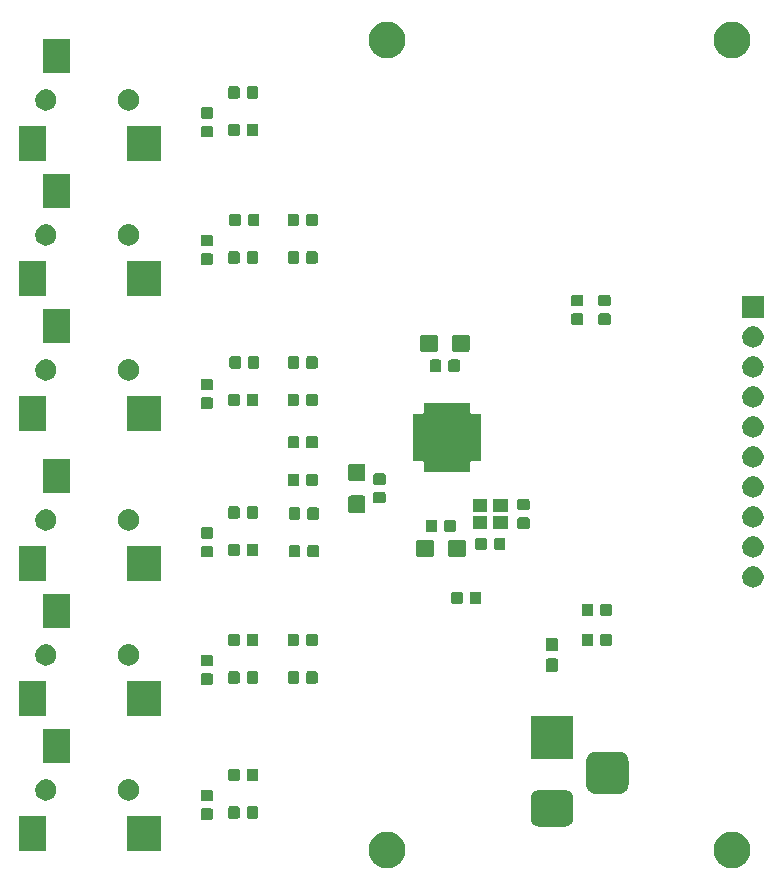
<source format=gbr>
G04 #@! TF.GenerationSoftware,KiCad,Pcbnew,(5.1.5)-3*
G04 #@! TF.CreationDate,2020-02-29T11:10:58+11:00*
G04 #@! TF.ProjectId,ADE7816_Breakout,41444537-3831-4365-9f42-7265616b6f75,rev?*
G04 #@! TF.SameCoordinates,Original*
G04 #@! TF.FileFunction,Soldermask,Top*
G04 #@! TF.FilePolarity,Negative*
%FSLAX46Y46*%
G04 Gerber Fmt 4.6, Leading zero omitted, Abs format (unit mm)*
G04 Created by KiCad (PCBNEW (5.1.5)-3) date 2020-02-29 11:10:58*
%MOMM*%
%LPD*%
G04 APERTURE LIST*
%ADD10C,0.100000*%
G04 APERTURE END LIST*
D10*
G36*
X156512585Y-101348802D02*
G01*
X156662410Y-101378604D01*
X156944674Y-101495521D01*
X157198705Y-101665259D01*
X157414741Y-101881295D01*
X157584479Y-102135326D01*
X157701396Y-102417590D01*
X157761000Y-102717240D01*
X157761000Y-103022760D01*
X157701396Y-103322410D01*
X157584479Y-103604674D01*
X157414741Y-103858705D01*
X157198705Y-104074741D01*
X156944674Y-104244479D01*
X156662410Y-104361396D01*
X156512585Y-104391198D01*
X156362761Y-104421000D01*
X156057239Y-104421000D01*
X155907415Y-104391198D01*
X155757590Y-104361396D01*
X155475326Y-104244479D01*
X155221295Y-104074741D01*
X155005259Y-103858705D01*
X154835521Y-103604674D01*
X154718604Y-103322410D01*
X154659000Y-103022760D01*
X154659000Y-102717240D01*
X154718604Y-102417590D01*
X154835521Y-102135326D01*
X155005259Y-101881295D01*
X155221295Y-101665259D01*
X155475326Y-101495521D01*
X155757590Y-101378604D01*
X155907415Y-101348802D01*
X156057239Y-101319000D01*
X156362761Y-101319000D01*
X156512585Y-101348802D01*
G37*
G36*
X127302585Y-101348802D02*
G01*
X127452410Y-101378604D01*
X127734674Y-101495521D01*
X127988705Y-101665259D01*
X128204741Y-101881295D01*
X128374479Y-102135326D01*
X128491396Y-102417590D01*
X128551000Y-102717240D01*
X128551000Y-103022760D01*
X128491396Y-103322410D01*
X128374479Y-103604674D01*
X128204741Y-103858705D01*
X127988705Y-104074741D01*
X127734674Y-104244479D01*
X127452410Y-104361396D01*
X127302585Y-104391198D01*
X127152761Y-104421000D01*
X126847239Y-104421000D01*
X126697415Y-104391198D01*
X126547590Y-104361396D01*
X126265326Y-104244479D01*
X126011295Y-104074741D01*
X125795259Y-103858705D01*
X125625521Y-103604674D01*
X125508604Y-103322410D01*
X125449000Y-103022760D01*
X125449000Y-102717240D01*
X125508604Y-102417590D01*
X125625521Y-102135326D01*
X125795259Y-101881295D01*
X126011295Y-101665259D01*
X126265326Y-101495521D01*
X126547590Y-101378604D01*
X126697415Y-101348802D01*
X126847239Y-101319000D01*
X127152761Y-101319000D01*
X127302585Y-101348802D01*
G37*
G36*
X107872000Y-102941000D02*
G01*
X104970000Y-102941000D01*
X104970000Y-100039000D01*
X107872000Y-100039000D01*
X107872000Y-102941000D01*
G37*
G36*
X98172000Y-102941000D02*
G01*
X95870000Y-102941000D01*
X95870000Y-100039000D01*
X98172000Y-100039000D01*
X98172000Y-102941000D01*
G37*
G36*
X142196979Y-97808293D02*
G01*
X142330625Y-97848834D01*
X142453784Y-97914664D01*
X142561740Y-98003260D01*
X142650336Y-98111216D01*
X142716166Y-98234375D01*
X142756707Y-98368021D01*
X142771000Y-98513140D01*
X142771000Y-100176860D01*
X142756707Y-100321979D01*
X142716166Y-100455625D01*
X142650336Y-100578784D01*
X142561740Y-100686740D01*
X142453784Y-100775336D01*
X142330625Y-100841166D01*
X142196979Y-100881707D01*
X142051860Y-100896000D01*
X139888140Y-100896000D01*
X139743021Y-100881707D01*
X139609375Y-100841166D01*
X139486216Y-100775336D01*
X139378260Y-100686740D01*
X139289664Y-100578784D01*
X139223834Y-100455625D01*
X139183293Y-100321979D01*
X139169000Y-100176860D01*
X139169000Y-98513140D01*
X139183293Y-98368021D01*
X139223834Y-98234375D01*
X139289664Y-98111216D01*
X139378260Y-98003260D01*
X139486216Y-97914664D01*
X139609375Y-97848834D01*
X139743021Y-97808293D01*
X139888140Y-97794000D01*
X142051860Y-97794000D01*
X142196979Y-97808293D01*
G37*
G36*
X112139591Y-99363085D02*
G01*
X112173569Y-99373393D01*
X112204890Y-99390134D01*
X112232339Y-99412661D01*
X112254866Y-99440110D01*
X112271607Y-99471431D01*
X112281915Y-99505409D01*
X112286000Y-99546890D01*
X112286000Y-100148110D01*
X112281915Y-100189591D01*
X112271607Y-100223569D01*
X112254866Y-100254890D01*
X112232339Y-100282339D01*
X112204890Y-100304866D01*
X112173569Y-100321607D01*
X112139591Y-100331915D01*
X112098110Y-100336000D01*
X111421890Y-100336000D01*
X111380409Y-100331915D01*
X111346431Y-100321607D01*
X111315110Y-100304866D01*
X111287661Y-100282339D01*
X111265134Y-100254890D01*
X111248393Y-100223569D01*
X111238085Y-100189591D01*
X111234000Y-100148110D01*
X111234000Y-99546890D01*
X111238085Y-99505409D01*
X111248393Y-99471431D01*
X111265134Y-99440110D01*
X111287661Y-99412661D01*
X111315110Y-99390134D01*
X111346431Y-99373393D01*
X111380409Y-99363085D01*
X111421890Y-99359000D01*
X112098110Y-99359000D01*
X112139591Y-99363085D01*
G37*
G36*
X115963591Y-99173085D02*
G01*
X115997569Y-99183393D01*
X116028890Y-99200134D01*
X116056339Y-99222661D01*
X116078866Y-99250110D01*
X116095607Y-99281431D01*
X116105915Y-99315409D01*
X116110000Y-99356890D01*
X116110000Y-100033110D01*
X116105915Y-100074591D01*
X116095607Y-100108569D01*
X116078866Y-100139890D01*
X116056339Y-100167339D01*
X116028890Y-100189866D01*
X115997569Y-100206607D01*
X115963591Y-100216915D01*
X115922110Y-100221000D01*
X115320890Y-100221000D01*
X115279409Y-100216915D01*
X115245431Y-100206607D01*
X115214110Y-100189866D01*
X115186661Y-100167339D01*
X115164134Y-100139890D01*
X115147393Y-100108569D01*
X115137085Y-100074591D01*
X115133000Y-100033110D01*
X115133000Y-99356890D01*
X115137085Y-99315409D01*
X115147393Y-99281431D01*
X115164134Y-99250110D01*
X115186661Y-99222661D01*
X115214110Y-99200134D01*
X115245431Y-99183393D01*
X115279409Y-99173085D01*
X115320890Y-99169000D01*
X115922110Y-99169000D01*
X115963591Y-99173085D01*
G37*
G36*
X114388591Y-99173085D02*
G01*
X114422569Y-99183393D01*
X114453890Y-99200134D01*
X114481339Y-99222661D01*
X114503866Y-99250110D01*
X114520607Y-99281431D01*
X114530915Y-99315409D01*
X114535000Y-99356890D01*
X114535000Y-100033110D01*
X114530915Y-100074591D01*
X114520607Y-100108569D01*
X114503866Y-100139890D01*
X114481339Y-100167339D01*
X114453890Y-100189866D01*
X114422569Y-100206607D01*
X114388591Y-100216915D01*
X114347110Y-100221000D01*
X113745890Y-100221000D01*
X113704409Y-100216915D01*
X113670431Y-100206607D01*
X113639110Y-100189866D01*
X113611661Y-100167339D01*
X113589134Y-100139890D01*
X113572393Y-100108569D01*
X113562085Y-100074591D01*
X113558000Y-100033110D01*
X113558000Y-99356890D01*
X113562085Y-99315409D01*
X113572393Y-99281431D01*
X113589134Y-99250110D01*
X113611661Y-99222661D01*
X113639110Y-99200134D01*
X113670431Y-99183393D01*
X113704409Y-99173085D01*
X113745890Y-99169000D01*
X114347110Y-99169000D01*
X114388591Y-99173085D01*
G37*
G36*
X112139591Y-97788085D02*
G01*
X112173569Y-97798393D01*
X112204890Y-97815134D01*
X112232339Y-97837661D01*
X112254866Y-97865110D01*
X112271607Y-97896431D01*
X112281915Y-97930409D01*
X112286000Y-97971890D01*
X112286000Y-98573110D01*
X112281915Y-98614591D01*
X112271607Y-98648569D01*
X112254866Y-98679890D01*
X112232339Y-98707339D01*
X112204890Y-98729866D01*
X112173569Y-98746607D01*
X112139591Y-98756915D01*
X112098110Y-98761000D01*
X111421890Y-98761000D01*
X111380409Y-98756915D01*
X111346431Y-98746607D01*
X111315110Y-98729866D01*
X111287661Y-98707339D01*
X111265134Y-98679890D01*
X111248393Y-98648569D01*
X111238085Y-98614591D01*
X111234000Y-98573110D01*
X111234000Y-97971890D01*
X111238085Y-97930409D01*
X111248393Y-97896431D01*
X111265134Y-97865110D01*
X111287661Y-97837661D01*
X111315110Y-97815134D01*
X111346431Y-97798393D01*
X111380409Y-97788085D01*
X111421890Y-97784000D01*
X112098110Y-97784000D01*
X112139591Y-97788085D01*
G37*
G36*
X98234512Y-96893927D02*
G01*
X98383812Y-96923624D01*
X98547784Y-96991544D01*
X98695354Y-97090147D01*
X98820853Y-97215646D01*
X98919456Y-97363216D01*
X98987376Y-97527188D01*
X99022000Y-97701259D01*
X99022000Y-97878741D01*
X98987376Y-98052812D01*
X98919456Y-98216784D01*
X98820853Y-98364354D01*
X98695354Y-98489853D01*
X98547784Y-98588456D01*
X98383812Y-98656376D01*
X98234512Y-98686073D01*
X98209742Y-98691000D01*
X98032258Y-98691000D01*
X98007488Y-98686073D01*
X97858188Y-98656376D01*
X97694216Y-98588456D01*
X97546646Y-98489853D01*
X97421147Y-98364354D01*
X97322544Y-98216784D01*
X97254624Y-98052812D01*
X97220000Y-97878741D01*
X97220000Y-97701259D01*
X97254624Y-97527188D01*
X97322544Y-97363216D01*
X97421147Y-97215646D01*
X97546646Y-97090147D01*
X97694216Y-96991544D01*
X97858188Y-96923624D01*
X98007488Y-96893927D01*
X98032258Y-96889000D01*
X98209742Y-96889000D01*
X98234512Y-96893927D01*
G37*
G36*
X105234512Y-96893927D02*
G01*
X105383812Y-96923624D01*
X105547784Y-96991544D01*
X105695354Y-97090147D01*
X105820853Y-97215646D01*
X105919456Y-97363216D01*
X105987376Y-97527188D01*
X106022000Y-97701259D01*
X106022000Y-97878741D01*
X105987376Y-98052812D01*
X105919456Y-98216784D01*
X105820853Y-98364354D01*
X105695354Y-98489853D01*
X105547784Y-98588456D01*
X105383812Y-98656376D01*
X105234512Y-98686073D01*
X105209742Y-98691000D01*
X105032258Y-98691000D01*
X105007488Y-98686073D01*
X104858188Y-98656376D01*
X104694216Y-98588456D01*
X104546646Y-98489853D01*
X104421147Y-98364354D01*
X104322544Y-98216784D01*
X104254624Y-98052812D01*
X104220000Y-97878741D01*
X104220000Y-97701259D01*
X104254624Y-97527188D01*
X104322544Y-97363216D01*
X104421147Y-97215646D01*
X104546646Y-97090147D01*
X104694216Y-96991544D01*
X104858188Y-96923624D01*
X105007488Y-96893927D01*
X105032258Y-96889000D01*
X105209742Y-96889000D01*
X105234512Y-96893927D01*
G37*
G36*
X146796366Y-94560695D02*
G01*
X146953460Y-94608349D01*
X147098231Y-94685731D01*
X147225128Y-94789872D01*
X147329269Y-94916769D01*
X147406651Y-95061540D01*
X147454305Y-95218634D01*
X147471000Y-95388140D01*
X147471000Y-97301860D01*
X147454305Y-97471366D01*
X147406651Y-97628460D01*
X147329269Y-97773231D01*
X147225128Y-97900128D01*
X147098231Y-98004269D01*
X146953460Y-98081651D01*
X146796366Y-98129305D01*
X146626860Y-98146000D01*
X144713140Y-98146000D01*
X144543634Y-98129305D01*
X144386540Y-98081651D01*
X144241769Y-98004269D01*
X144114872Y-97900128D01*
X144010731Y-97773231D01*
X143933349Y-97628460D01*
X143885695Y-97471366D01*
X143869000Y-97301860D01*
X143869000Y-95388140D01*
X143885695Y-95218634D01*
X143933349Y-95061540D01*
X144010731Y-94916769D01*
X144114872Y-94789872D01*
X144241769Y-94685731D01*
X144386540Y-94608349D01*
X144543634Y-94560695D01*
X144713140Y-94544000D01*
X146626860Y-94544000D01*
X146796366Y-94560695D01*
G37*
G36*
X114388591Y-95998085D02*
G01*
X114422569Y-96008393D01*
X114453890Y-96025134D01*
X114481339Y-96047661D01*
X114503866Y-96075110D01*
X114520607Y-96106431D01*
X114530915Y-96140409D01*
X114535000Y-96181890D01*
X114535000Y-96858110D01*
X114530915Y-96899591D01*
X114520607Y-96933569D01*
X114503866Y-96964890D01*
X114481339Y-96992339D01*
X114453890Y-97014866D01*
X114422569Y-97031607D01*
X114388591Y-97041915D01*
X114347110Y-97046000D01*
X113745890Y-97046000D01*
X113704409Y-97041915D01*
X113670431Y-97031607D01*
X113639110Y-97014866D01*
X113611661Y-96992339D01*
X113589134Y-96964890D01*
X113572393Y-96933569D01*
X113562085Y-96899591D01*
X113558000Y-96858110D01*
X113558000Y-96181890D01*
X113562085Y-96140409D01*
X113572393Y-96106431D01*
X113589134Y-96075110D01*
X113611661Y-96047661D01*
X113639110Y-96025134D01*
X113670431Y-96008393D01*
X113704409Y-95998085D01*
X113745890Y-95994000D01*
X114347110Y-95994000D01*
X114388591Y-95998085D01*
G37*
G36*
X115963591Y-95998085D02*
G01*
X115997569Y-96008393D01*
X116028890Y-96025134D01*
X116056339Y-96047661D01*
X116078866Y-96075110D01*
X116095607Y-96106431D01*
X116105915Y-96140409D01*
X116110000Y-96181890D01*
X116110000Y-96858110D01*
X116105915Y-96899591D01*
X116095607Y-96933569D01*
X116078866Y-96964890D01*
X116056339Y-96992339D01*
X116028890Y-97014866D01*
X115997569Y-97031607D01*
X115963591Y-97041915D01*
X115922110Y-97046000D01*
X115320890Y-97046000D01*
X115279409Y-97041915D01*
X115245431Y-97031607D01*
X115214110Y-97014866D01*
X115186661Y-96992339D01*
X115164134Y-96964890D01*
X115147393Y-96933569D01*
X115137085Y-96899591D01*
X115133000Y-96858110D01*
X115133000Y-96181890D01*
X115137085Y-96140409D01*
X115147393Y-96106431D01*
X115164134Y-96075110D01*
X115186661Y-96047661D01*
X115214110Y-96025134D01*
X115245431Y-96008393D01*
X115279409Y-95998085D01*
X115320890Y-95994000D01*
X115922110Y-95994000D01*
X115963591Y-95998085D01*
G37*
G36*
X100172000Y-95541000D02*
G01*
X97870000Y-95541000D01*
X97870000Y-92639000D01*
X100172000Y-92639000D01*
X100172000Y-95541000D01*
G37*
G36*
X142771000Y-95146000D02*
G01*
X139169000Y-95146000D01*
X139169000Y-91544000D01*
X142771000Y-91544000D01*
X142771000Y-95146000D01*
G37*
G36*
X107872000Y-91511000D02*
G01*
X104970000Y-91511000D01*
X104970000Y-88609000D01*
X107872000Y-88609000D01*
X107872000Y-91511000D01*
G37*
G36*
X98172000Y-91511000D02*
G01*
X95870000Y-91511000D01*
X95870000Y-88609000D01*
X98172000Y-88609000D01*
X98172000Y-91511000D01*
G37*
G36*
X112139591Y-87933085D02*
G01*
X112173569Y-87943393D01*
X112204890Y-87960134D01*
X112232339Y-87982661D01*
X112254866Y-88010110D01*
X112271607Y-88041431D01*
X112281915Y-88075409D01*
X112286000Y-88116890D01*
X112286000Y-88718110D01*
X112281915Y-88759591D01*
X112271607Y-88793569D01*
X112254866Y-88824890D01*
X112232339Y-88852339D01*
X112204890Y-88874866D01*
X112173569Y-88891607D01*
X112139591Y-88901915D01*
X112098110Y-88906000D01*
X111421890Y-88906000D01*
X111380409Y-88901915D01*
X111346431Y-88891607D01*
X111315110Y-88874866D01*
X111287661Y-88852339D01*
X111265134Y-88824890D01*
X111248393Y-88793569D01*
X111238085Y-88759591D01*
X111234000Y-88718110D01*
X111234000Y-88116890D01*
X111238085Y-88075409D01*
X111248393Y-88041431D01*
X111265134Y-88010110D01*
X111287661Y-87982661D01*
X111315110Y-87960134D01*
X111346431Y-87943393D01*
X111380409Y-87933085D01*
X111421890Y-87929000D01*
X112098110Y-87929000D01*
X112139591Y-87933085D01*
G37*
G36*
X119416591Y-87743085D02*
G01*
X119450569Y-87753393D01*
X119481890Y-87770134D01*
X119509339Y-87792661D01*
X119531866Y-87820110D01*
X119548607Y-87851431D01*
X119558915Y-87885409D01*
X119563000Y-87926890D01*
X119563000Y-88603110D01*
X119558915Y-88644591D01*
X119548607Y-88678569D01*
X119531866Y-88709890D01*
X119509339Y-88737339D01*
X119481890Y-88759866D01*
X119450569Y-88776607D01*
X119416591Y-88786915D01*
X119375110Y-88791000D01*
X118773890Y-88791000D01*
X118732409Y-88786915D01*
X118698431Y-88776607D01*
X118667110Y-88759866D01*
X118639661Y-88737339D01*
X118617134Y-88709890D01*
X118600393Y-88678569D01*
X118590085Y-88644591D01*
X118586000Y-88603110D01*
X118586000Y-87926890D01*
X118590085Y-87885409D01*
X118600393Y-87851431D01*
X118617134Y-87820110D01*
X118639661Y-87792661D01*
X118667110Y-87770134D01*
X118698431Y-87753393D01*
X118732409Y-87743085D01*
X118773890Y-87739000D01*
X119375110Y-87739000D01*
X119416591Y-87743085D01*
G37*
G36*
X120991591Y-87743085D02*
G01*
X121025569Y-87753393D01*
X121056890Y-87770134D01*
X121084339Y-87792661D01*
X121106866Y-87820110D01*
X121123607Y-87851431D01*
X121133915Y-87885409D01*
X121138000Y-87926890D01*
X121138000Y-88603110D01*
X121133915Y-88644591D01*
X121123607Y-88678569D01*
X121106866Y-88709890D01*
X121084339Y-88737339D01*
X121056890Y-88759866D01*
X121025569Y-88776607D01*
X120991591Y-88786915D01*
X120950110Y-88791000D01*
X120348890Y-88791000D01*
X120307409Y-88786915D01*
X120273431Y-88776607D01*
X120242110Y-88759866D01*
X120214661Y-88737339D01*
X120192134Y-88709890D01*
X120175393Y-88678569D01*
X120165085Y-88644591D01*
X120161000Y-88603110D01*
X120161000Y-87926890D01*
X120165085Y-87885409D01*
X120175393Y-87851431D01*
X120192134Y-87820110D01*
X120214661Y-87792661D01*
X120242110Y-87770134D01*
X120273431Y-87753393D01*
X120307409Y-87743085D01*
X120348890Y-87739000D01*
X120950110Y-87739000D01*
X120991591Y-87743085D01*
G37*
G36*
X115963591Y-87743085D02*
G01*
X115997569Y-87753393D01*
X116028890Y-87770134D01*
X116056339Y-87792661D01*
X116078866Y-87820110D01*
X116095607Y-87851431D01*
X116105915Y-87885409D01*
X116110000Y-87926890D01*
X116110000Y-88603110D01*
X116105915Y-88644591D01*
X116095607Y-88678569D01*
X116078866Y-88709890D01*
X116056339Y-88737339D01*
X116028890Y-88759866D01*
X115997569Y-88776607D01*
X115963591Y-88786915D01*
X115922110Y-88791000D01*
X115320890Y-88791000D01*
X115279409Y-88786915D01*
X115245431Y-88776607D01*
X115214110Y-88759866D01*
X115186661Y-88737339D01*
X115164134Y-88709890D01*
X115147393Y-88678569D01*
X115137085Y-88644591D01*
X115133000Y-88603110D01*
X115133000Y-87926890D01*
X115137085Y-87885409D01*
X115147393Y-87851431D01*
X115164134Y-87820110D01*
X115186661Y-87792661D01*
X115214110Y-87770134D01*
X115245431Y-87753393D01*
X115279409Y-87743085D01*
X115320890Y-87739000D01*
X115922110Y-87739000D01*
X115963591Y-87743085D01*
G37*
G36*
X114388591Y-87743085D02*
G01*
X114422569Y-87753393D01*
X114453890Y-87770134D01*
X114481339Y-87792661D01*
X114503866Y-87820110D01*
X114520607Y-87851431D01*
X114530915Y-87885409D01*
X114535000Y-87926890D01*
X114535000Y-88603110D01*
X114530915Y-88644591D01*
X114520607Y-88678569D01*
X114503866Y-88709890D01*
X114481339Y-88737339D01*
X114453890Y-88759866D01*
X114422569Y-88776607D01*
X114388591Y-88786915D01*
X114347110Y-88791000D01*
X113745890Y-88791000D01*
X113704409Y-88786915D01*
X113670431Y-88776607D01*
X113639110Y-88759866D01*
X113611661Y-88737339D01*
X113589134Y-88709890D01*
X113572393Y-88678569D01*
X113562085Y-88644591D01*
X113558000Y-88603110D01*
X113558000Y-87926890D01*
X113562085Y-87885409D01*
X113572393Y-87851431D01*
X113589134Y-87820110D01*
X113611661Y-87792661D01*
X113639110Y-87770134D01*
X113670431Y-87753393D01*
X113704409Y-87743085D01*
X113745890Y-87739000D01*
X114347110Y-87739000D01*
X114388591Y-87743085D01*
G37*
G36*
X141334499Y-86663445D02*
G01*
X141371995Y-86674820D01*
X141406554Y-86693292D01*
X141436847Y-86718153D01*
X141461708Y-86748446D01*
X141480180Y-86783005D01*
X141491555Y-86820501D01*
X141496000Y-86865638D01*
X141496000Y-87604362D01*
X141491555Y-87649499D01*
X141480180Y-87686995D01*
X141461708Y-87721554D01*
X141436847Y-87751847D01*
X141406554Y-87776708D01*
X141371995Y-87795180D01*
X141334499Y-87806555D01*
X141289362Y-87811000D01*
X140650638Y-87811000D01*
X140605501Y-87806555D01*
X140568005Y-87795180D01*
X140533446Y-87776708D01*
X140503153Y-87751847D01*
X140478292Y-87721554D01*
X140459820Y-87686995D01*
X140448445Y-87649499D01*
X140444000Y-87604362D01*
X140444000Y-86865638D01*
X140448445Y-86820501D01*
X140459820Y-86783005D01*
X140478292Y-86748446D01*
X140503153Y-86718153D01*
X140533446Y-86693292D01*
X140568005Y-86674820D01*
X140605501Y-86663445D01*
X140650638Y-86659000D01*
X141289362Y-86659000D01*
X141334499Y-86663445D01*
G37*
G36*
X112139591Y-86358085D02*
G01*
X112173569Y-86368393D01*
X112204890Y-86385134D01*
X112232339Y-86407661D01*
X112254866Y-86435110D01*
X112271607Y-86466431D01*
X112281915Y-86500409D01*
X112286000Y-86541890D01*
X112286000Y-87143110D01*
X112281915Y-87184591D01*
X112271607Y-87218569D01*
X112254866Y-87249890D01*
X112232339Y-87277339D01*
X112204890Y-87299866D01*
X112173569Y-87316607D01*
X112139591Y-87326915D01*
X112098110Y-87331000D01*
X111421890Y-87331000D01*
X111380409Y-87326915D01*
X111346431Y-87316607D01*
X111315110Y-87299866D01*
X111287661Y-87277339D01*
X111265134Y-87249890D01*
X111248393Y-87218569D01*
X111238085Y-87184591D01*
X111234000Y-87143110D01*
X111234000Y-86541890D01*
X111238085Y-86500409D01*
X111248393Y-86466431D01*
X111265134Y-86435110D01*
X111287661Y-86407661D01*
X111315110Y-86385134D01*
X111346431Y-86368393D01*
X111380409Y-86358085D01*
X111421890Y-86354000D01*
X112098110Y-86354000D01*
X112139591Y-86358085D01*
G37*
G36*
X105234512Y-85463927D02*
G01*
X105383812Y-85493624D01*
X105547784Y-85561544D01*
X105695354Y-85660147D01*
X105820853Y-85785646D01*
X105919456Y-85933216D01*
X105987376Y-86097188D01*
X106022000Y-86271259D01*
X106022000Y-86448741D01*
X105987376Y-86622812D01*
X105919456Y-86786784D01*
X105820853Y-86934354D01*
X105695354Y-87059853D01*
X105547784Y-87158456D01*
X105383812Y-87226376D01*
X105234512Y-87256073D01*
X105209742Y-87261000D01*
X105032258Y-87261000D01*
X105007488Y-87256073D01*
X104858188Y-87226376D01*
X104694216Y-87158456D01*
X104546646Y-87059853D01*
X104421147Y-86934354D01*
X104322544Y-86786784D01*
X104254624Y-86622812D01*
X104220000Y-86448741D01*
X104220000Y-86271259D01*
X104254624Y-86097188D01*
X104322544Y-85933216D01*
X104421147Y-85785646D01*
X104546646Y-85660147D01*
X104694216Y-85561544D01*
X104858188Y-85493624D01*
X105007488Y-85463927D01*
X105032258Y-85459000D01*
X105209742Y-85459000D01*
X105234512Y-85463927D01*
G37*
G36*
X98234512Y-85463927D02*
G01*
X98383812Y-85493624D01*
X98547784Y-85561544D01*
X98695354Y-85660147D01*
X98820853Y-85785646D01*
X98919456Y-85933216D01*
X98987376Y-86097188D01*
X99022000Y-86271259D01*
X99022000Y-86448741D01*
X98987376Y-86622812D01*
X98919456Y-86786784D01*
X98820853Y-86934354D01*
X98695354Y-87059853D01*
X98547784Y-87158456D01*
X98383812Y-87226376D01*
X98234512Y-87256073D01*
X98209742Y-87261000D01*
X98032258Y-87261000D01*
X98007488Y-87256073D01*
X97858188Y-87226376D01*
X97694216Y-87158456D01*
X97546646Y-87059853D01*
X97421147Y-86934354D01*
X97322544Y-86786784D01*
X97254624Y-86622812D01*
X97220000Y-86448741D01*
X97220000Y-86271259D01*
X97254624Y-86097188D01*
X97322544Y-85933216D01*
X97421147Y-85785646D01*
X97546646Y-85660147D01*
X97694216Y-85561544D01*
X97858188Y-85493624D01*
X98007488Y-85463927D01*
X98032258Y-85459000D01*
X98209742Y-85459000D01*
X98234512Y-85463927D01*
G37*
G36*
X141334499Y-84913445D02*
G01*
X141371995Y-84924820D01*
X141406554Y-84943292D01*
X141436847Y-84968153D01*
X141461708Y-84998446D01*
X141480180Y-85033005D01*
X141491555Y-85070501D01*
X141496000Y-85115638D01*
X141496000Y-85854362D01*
X141491555Y-85899499D01*
X141480180Y-85936995D01*
X141461708Y-85971554D01*
X141436847Y-86001847D01*
X141406554Y-86026708D01*
X141371995Y-86045180D01*
X141334499Y-86056555D01*
X141289362Y-86061000D01*
X140650638Y-86061000D01*
X140605501Y-86056555D01*
X140568005Y-86045180D01*
X140533446Y-86026708D01*
X140503153Y-86001847D01*
X140478292Y-85971554D01*
X140459820Y-85936995D01*
X140448445Y-85899499D01*
X140444000Y-85854362D01*
X140444000Y-85115638D01*
X140448445Y-85070501D01*
X140459820Y-85033005D01*
X140478292Y-84998446D01*
X140503153Y-84968153D01*
X140533446Y-84943292D01*
X140568005Y-84924820D01*
X140605501Y-84913445D01*
X140650638Y-84909000D01*
X141289362Y-84909000D01*
X141334499Y-84913445D01*
G37*
G36*
X119416591Y-84568085D02*
G01*
X119450569Y-84578393D01*
X119481890Y-84595134D01*
X119509339Y-84617661D01*
X119531866Y-84645110D01*
X119548607Y-84676431D01*
X119558915Y-84710409D01*
X119563000Y-84751890D01*
X119563000Y-85428110D01*
X119558915Y-85469591D01*
X119548607Y-85503569D01*
X119531866Y-85534890D01*
X119509339Y-85562339D01*
X119481890Y-85584866D01*
X119450569Y-85601607D01*
X119416591Y-85611915D01*
X119375110Y-85616000D01*
X118773890Y-85616000D01*
X118732409Y-85611915D01*
X118698431Y-85601607D01*
X118667110Y-85584866D01*
X118639661Y-85562339D01*
X118617134Y-85534890D01*
X118600393Y-85503569D01*
X118590085Y-85469591D01*
X118586000Y-85428110D01*
X118586000Y-84751890D01*
X118590085Y-84710409D01*
X118600393Y-84676431D01*
X118617134Y-84645110D01*
X118639661Y-84617661D01*
X118667110Y-84595134D01*
X118698431Y-84578393D01*
X118732409Y-84568085D01*
X118773890Y-84564000D01*
X119375110Y-84564000D01*
X119416591Y-84568085D01*
G37*
G36*
X144334591Y-84568085D02*
G01*
X144368569Y-84578393D01*
X144399890Y-84595134D01*
X144427339Y-84617661D01*
X144449866Y-84645110D01*
X144466607Y-84676431D01*
X144476915Y-84710409D01*
X144481000Y-84751890D01*
X144481000Y-85428110D01*
X144476915Y-85469591D01*
X144466607Y-85503569D01*
X144449866Y-85534890D01*
X144427339Y-85562339D01*
X144399890Y-85584866D01*
X144368569Y-85601607D01*
X144334591Y-85611915D01*
X144293110Y-85616000D01*
X143691890Y-85616000D01*
X143650409Y-85611915D01*
X143616431Y-85601607D01*
X143585110Y-85584866D01*
X143557661Y-85562339D01*
X143535134Y-85534890D01*
X143518393Y-85503569D01*
X143508085Y-85469591D01*
X143504000Y-85428110D01*
X143504000Y-84751890D01*
X143508085Y-84710409D01*
X143518393Y-84676431D01*
X143535134Y-84645110D01*
X143557661Y-84617661D01*
X143585110Y-84595134D01*
X143616431Y-84578393D01*
X143650409Y-84568085D01*
X143691890Y-84564000D01*
X144293110Y-84564000D01*
X144334591Y-84568085D01*
G37*
G36*
X120991591Y-84568085D02*
G01*
X121025569Y-84578393D01*
X121056890Y-84595134D01*
X121084339Y-84617661D01*
X121106866Y-84645110D01*
X121123607Y-84676431D01*
X121133915Y-84710409D01*
X121138000Y-84751890D01*
X121138000Y-85428110D01*
X121133915Y-85469591D01*
X121123607Y-85503569D01*
X121106866Y-85534890D01*
X121084339Y-85562339D01*
X121056890Y-85584866D01*
X121025569Y-85601607D01*
X120991591Y-85611915D01*
X120950110Y-85616000D01*
X120348890Y-85616000D01*
X120307409Y-85611915D01*
X120273431Y-85601607D01*
X120242110Y-85584866D01*
X120214661Y-85562339D01*
X120192134Y-85534890D01*
X120175393Y-85503569D01*
X120165085Y-85469591D01*
X120161000Y-85428110D01*
X120161000Y-84751890D01*
X120165085Y-84710409D01*
X120175393Y-84676431D01*
X120192134Y-84645110D01*
X120214661Y-84617661D01*
X120242110Y-84595134D01*
X120273431Y-84578393D01*
X120307409Y-84568085D01*
X120348890Y-84564000D01*
X120950110Y-84564000D01*
X120991591Y-84568085D01*
G37*
G36*
X114388591Y-84568085D02*
G01*
X114422569Y-84578393D01*
X114453890Y-84595134D01*
X114481339Y-84617661D01*
X114503866Y-84645110D01*
X114520607Y-84676431D01*
X114530915Y-84710409D01*
X114535000Y-84751890D01*
X114535000Y-85428110D01*
X114530915Y-85469591D01*
X114520607Y-85503569D01*
X114503866Y-85534890D01*
X114481339Y-85562339D01*
X114453890Y-85584866D01*
X114422569Y-85601607D01*
X114388591Y-85611915D01*
X114347110Y-85616000D01*
X113745890Y-85616000D01*
X113704409Y-85611915D01*
X113670431Y-85601607D01*
X113639110Y-85584866D01*
X113611661Y-85562339D01*
X113589134Y-85534890D01*
X113572393Y-85503569D01*
X113562085Y-85469591D01*
X113558000Y-85428110D01*
X113558000Y-84751890D01*
X113562085Y-84710409D01*
X113572393Y-84676431D01*
X113589134Y-84645110D01*
X113611661Y-84617661D01*
X113639110Y-84595134D01*
X113670431Y-84578393D01*
X113704409Y-84568085D01*
X113745890Y-84564000D01*
X114347110Y-84564000D01*
X114388591Y-84568085D01*
G37*
G36*
X115963591Y-84568085D02*
G01*
X115997569Y-84578393D01*
X116028890Y-84595134D01*
X116056339Y-84617661D01*
X116078866Y-84645110D01*
X116095607Y-84676431D01*
X116105915Y-84710409D01*
X116110000Y-84751890D01*
X116110000Y-85428110D01*
X116105915Y-85469591D01*
X116095607Y-85503569D01*
X116078866Y-85534890D01*
X116056339Y-85562339D01*
X116028890Y-85584866D01*
X115997569Y-85601607D01*
X115963591Y-85611915D01*
X115922110Y-85616000D01*
X115320890Y-85616000D01*
X115279409Y-85611915D01*
X115245431Y-85601607D01*
X115214110Y-85584866D01*
X115186661Y-85562339D01*
X115164134Y-85534890D01*
X115147393Y-85503569D01*
X115137085Y-85469591D01*
X115133000Y-85428110D01*
X115133000Y-84751890D01*
X115137085Y-84710409D01*
X115147393Y-84676431D01*
X115164134Y-84645110D01*
X115186661Y-84617661D01*
X115214110Y-84595134D01*
X115245431Y-84578393D01*
X115279409Y-84568085D01*
X115320890Y-84564000D01*
X115922110Y-84564000D01*
X115963591Y-84568085D01*
G37*
G36*
X145909591Y-84568085D02*
G01*
X145943569Y-84578393D01*
X145974890Y-84595134D01*
X146002339Y-84617661D01*
X146024866Y-84645110D01*
X146041607Y-84676431D01*
X146051915Y-84710409D01*
X146056000Y-84751890D01*
X146056000Y-85428110D01*
X146051915Y-85469591D01*
X146041607Y-85503569D01*
X146024866Y-85534890D01*
X146002339Y-85562339D01*
X145974890Y-85584866D01*
X145943569Y-85601607D01*
X145909591Y-85611915D01*
X145868110Y-85616000D01*
X145266890Y-85616000D01*
X145225409Y-85611915D01*
X145191431Y-85601607D01*
X145160110Y-85584866D01*
X145132661Y-85562339D01*
X145110134Y-85534890D01*
X145093393Y-85503569D01*
X145083085Y-85469591D01*
X145079000Y-85428110D01*
X145079000Y-84751890D01*
X145083085Y-84710409D01*
X145093393Y-84676431D01*
X145110134Y-84645110D01*
X145132661Y-84617661D01*
X145160110Y-84595134D01*
X145191431Y-84578393D01*
X145225409Y-84568085D01*
X145266890Y-84564000D01*
X145868110Y-84564000D01*
X145909591Y-84568085D01*
G37*
G36*
X100172000Y-84111000D02*
G01*
X97870000Y-84111000D01*
X97870000Y-81209000D01*
X100172000Y-81209000D01*
X100172000Y-84111000D01*
G37*
G36*
X145909591Y-82028085D02*
G01*
X145943569Y-82038393D01*
X145974890Y-82055134D01*
X146002339Y-82077661D01*
X146024866Y-82105110D01*
X146041607Y-82136431D01*
X146051915Y-82170409D01*
X146056000Y-82211890D01*
X146056000Y-82888110D01*
X146051915Y-82929591D01*
X146041607Y-82963569D01*
X146024866Y-82994890D01*
X146002339Y-83022339D01*
X145974890Y-83044866D01*
X145943569Y-83061607D01*
X145909591Y-83071915D01*
X145868110Y-83076000D01*
X145266890Y-83076000D01*
X145225409Y-83071915D01*
X145191431Y-83061607D01*
X145160110Y-83044866D01*
X145132661Y-83022339D01*
X145110134Y-82994890D01*
X145093393Y-82963569D01*
X145083085Y-82929591D01*
X145079000Y-82888110D01*
X145079000Y-82211890D01*
X145083085Y-82170409D01*
X145093393Y-82136431D01*
X145110134Y-82105110D01*
X145132661Y-82077661D01*
X145160110Y-82055134D01*
X145191431Y-82038393D01*
X145225409Y-82028085D01*
X145266890Y-82024000D01*
X145868110Y-82024000D01*
X145909591Y-82028085D01*
G37*
G36*
X144334591Y-82028085D02*
G01*
X144368569Y-82038393D01*
X144399890Y-82055134D01*
X144427339Y-82077661D01*
X144449866Y-82105110D01*
X144466607Y-82136431D01*
X144476915Y-82170409D01*
X144481000Y-82211890D01*
X144481000Y-82888110D01*
X144476915Y-82929591D01*
X144466607Y-82963569D01*
X144449866Y-82994890D01*
X144427339Y-83022339D01*
X144399890Y-83044866D01*
X144368569Y-83061607D01*
X144334591Y-83071915D01*
X144293110Y-83076000D01*
X143691890Y-83076000D01*
X143650409Y-83071915D01*
X143616431Y-83061607D01*
X143585110Y-83044866D01*
X143557661Y-83022339D01*
X143535134Y-82994890D01*
X143518393Y-82963569D01*
X143508085Y-82929591D01*
X143504000Y-82888110D01*
X143504000Y-82211890D01*
X143508085Y-82170409D01*
X143518393Y-82136431D01*
X143535134Y-82105110D01*
X143557661Y-82077661D01*
X143585110Y-82055134D01*
X143616431Y-82038393D01*
X143650409Y-82028085D01*
X143691890Y-82024000D01*
X144293110Y-82024000D01*
X144334591Y-82028085D01*
G37*
G36*
X134835091Y-81012085D02*
G01*
X134869069Y-81022393D01*
X134900390Y-81039134D01*
X134927839Y-81061661D01*
X134950366Y-81089110D01*
X134967107Y-81120431D01*
X134977415Y-81154409D01*
X134981500Y-81195890D01*
X134981500Y-81872110D01*
X134977415Y-81913591D01*
X134967107Y-81947569D01*
X134950366Y-81978890D01*
X134927839Y-82006339D01*
X134900390Y-82028866D01*
X134869069Y-82045607D01*
X134835091Y-82055915D01*
X134793610Y-82060000D01*
X134192390Y-82060000D01*
X134150909Y-82055915D01*
X134116931Y-82045607D01*
X134085610Y-82028866D01*
X134058161Y-82006339D01*
X134035634Y-81978890D01*
X134018893Y-81947569D01*
X134008585Y-81913591D01*
X134004500Y-81872110D01*
X134004500Y-81195890D01*
X134008585Y-81154409D01*
X134018893Y-81120431D01*
X134035634Y-81089110D01*
X134058161Y-81061661D01*
X134085610Y-81039134D01*
X134116931Y-81022393D01*
X134150909Y-81012085D01*
X134192390Y-81008000D01*
X134793610Y-81008000D01*
X134835091Y-81012085D01*
G37*
G36*
X133260091Y-81012085D02*
G01*
X133294069Y-81022393D01*
X133325390Y-81039134D01*
X133352839Y-81061661D01*
X133375366Y-81089110D01*
X133392107Y-81120431D01*
X133402415Y-81154409D01*
X133406500Y-81195890D01*
X133406500Y-81872110D01*
X133402415Y-81913591D01*
X133392107Y-81947569D01*
X133375366Y-81978890D01*
X133352839Y-82006339D01*
X133325390Y-82028866D01*
X133294069Y-82045607D01*
X133260091Y-82055915D01*
X133218610Y-82060000D01*
X132617390Y-82060000D01*
X132575909Y-82055915D01*
X132541931Y-82045607D01*
X132510610Y-82028866D01*
X132483161Y-82006339D01*
X132460634Y-81978890D01*
X132443893Y-81947569D01*
X132433585Y-81913591D01*
X132429500Y-81872110D01*
X132429500Y-81195890D01*
X132433585Y-81154409D01*
X132443893Y-81120431D01*
X132460634Y-81089110D01*
X132483161Y-81061661D01*
X132510610Y-81039134D01*
X132541931Y-81022393D01*
X132575909Y-81012085D01*
X132617390Y-81008000D01*
X133218610Y-81008000D01*
X133260091Y-81012085D01*
G37*
G36*
X158101512Y-78859927D02*
G01*
X158250812Y-78889624D01*
X158414784Y-78957544D01*
X158562354Y-79056147D01*
X158687853Y-79181646D01*
X158786456Y-79329216D01*
X158854376Y-79493188D01*
X158889000Y-79667259D01*
X158889000Y-79844741D01*
X158854376Y-80018812D01*
X158786456Y-80182784D01*
X158687853Y-80330354D01*
X158562354Y-80455853D01*
X158414784Y-80554456D01*
X158250812Y-80622376D01*
X158101512Y-80652073D01*
X158076742Y-80657000D01*
X157899258Y-80657000D01*
X157874488Y-80652073D01*
X157725188Y-80622376D01*
X157561216Y-80554456D01*
X157413646Y-80455853D01*
X157288147Y-80330354D01*
X157189544Y-80182784D01*
X157121624Y-80018812D01*
X157087000Y-79844741D01*
X157087000Y-79667259D01*
X157121624Y-79493188D01*
X157189544Y-79329216D01*
X157288147Y-79181646D01*
X157413646Y-79056147D01*
X157561216Y-78957544D01*
X157725188Y-78889624D01*
X157874488Y-78859927D01*
X157899258Y-78855000D01*
X158076742Y-78855000D01*
X158101512Y-78859927D01*
G37*
G36*
X107872000Y-80081000D02*
G01*
X104970000Y-80081000D01*
X104970000Y-77179000D01*
X107872000Y-77179000D01*
X107872000Y-80081000D01*
G37*
G36*
X98172000Y-80081000D02*
G01*
X95870000Y-80081000D01*
X95870000Y-77179000D01*
X98172000Y-77179000D01*
X98172000Y-80081000D01*
G37*
G36*
X158101512Y-76319927D02*
G01*
X158250812Y-76349624D01*
X158414784Y-76417544D01*
X158562354Y-76516147D01*
X158687853Y-76641646D01*
X158786456Y-76789216D01*
X158854376Y-76953188D01*
X158889000Y-77127259D01*
X158889000Y-77304741D01*
X158854376Y-77478812D01*
X158786456Y-77642784D01*
X158687853Y-77790354D01*
X158562354Y-77915853D01*
X158414784Y-78014456D01*
X158250812Y-78082376D01*
X158106906Y-78111000D01*
X158076742Y-78117000D01*
X157899258Y-78117000D01*
X157869094Y-78111000D01*
X157725188Y-78082376D01*
X157561216Y-78014456D01*
X157413646Y-77915853D01*
X157288147Y-77790354D01*
X157189544Y-77642784D01*
X157121624Y-77478812D01*
X157087000Y-77304741D01*
X157087000Y-77127259D01*
X157121624Y-76953188D01*
X157189544Y-76789216D01*
X157288147Y-76641646D01*
X157413646Y-76516147D01*
X157561216Y-76417544D01*
X157725188Y-76349624D01*
X157874488Y-76319927D01*
X157899258Y-76315000D01*
X158076742Y-76315000D01*
X158101512Y-76319927D01*
G37*
G36*
X112139591Y-77138085D02*
G01*
X112173569Y-77148393D01*
X112204890Y-77165134D01*
X112232339Y-77187661D01*
X112254866Y-77215110D01*
X112271607Y-77246431D01*
X112281915Y-77280409D01*
X112286000Y-77321890D01*
X112286000Y-77923110D01*
X112281915Y-77964591D01*
X112271607Y-77998569D01*
X112254866Y-78029890D01*
X112232339Y-78057339D01*
X112204890Y-78079866D01*
X112173569Y-78096607D01*
X112139591Y-78106915D01*
X112098110Y-78111000D01*
X111421890Y-78111000D01*
X111380409Y-78106915D01*
X111346431Y-78096607D01*
X111315110Y-78079866D01*
X111287661Y-78057339D01*
X111265134Y-78029890D01*
X111248393Y-77998569D01*
X111238085Y-77964591D01*
X111234000Y-77923110D01*
X111234000Y-77321890D01*
X111238085Y-77280409D01*
X111248393Y-77246431D01*
X111265134Y-77215110D01*
X111287661Y-77187661D01*
X111315110Y-77165134D01*
X111346431Y-77148393D01*
X111380409Y-77138085D01*
X111421890Y-77134000D01*
X112098110Y-77134000D01*
X112139591Y-77138085D01*
G37*
G36*
X121093791Y-77054765D02*
G01*
X121127769Y-77065073D01*
X121159090Y-77081814D01*
X121186539Y-77104341D01*
X121209066Y-77131790D01*
X121225807Y-77163111D01*
X121236115Y-77197089D01*
X121240200Y-77238570D01*
X121240200Y-77914790D01*
X121236115Y-77956271D01*
X121225807Y-77990249D01*
X121209066Y-78021570D01*
X121186539Y-78049019D01*
X121159090Y-78071546D01*
X121127769Y-78088287D01*
X121093791Y-78098595D01*
X121052310Y-78102680D01*
X120451090Y-78102680D01*
X120409609Y-78098595D01*
X120375631Y-78088287D01*
X120344310Y-78071546D01*
X120316861Y-78049019D01*
X120294334Y-78021570D01*
X120277593Y-77990249D01*
X120267285Y-77956271D01*
X120263200Y-77914790D01*
X120263200Y-77238570D01*
X120267285Y-77197089D01*
X120277593Y-77163111D01*
X120294334Y-77131790D01*
X120316861Y-77104341D01*
X120344310Y-77081814D01*
X120375631Y-77065073D01*
X120409609Y-77054765D01*
X120451090Y-77050680D01*
X121052310Y-77050680D01*
X121093791Y-77054765D01*
G37*
G36*
X119518791Y-77054765D02*
G01*
X119552769Y-77065073D01*
X119584090Y-77081814D01*
X119611539Y-77104341D01*
X119634066Y-77131790D01*
X119650807Y-77163111D01*
X119661115Y-77197089D01*
X119665200Y-77238570D01*
X119665200Y-77914790D01*
X119661115Y-77956271D01*
X119650807Y-77990249D01*
X119634066Y-78021570D01*
X119611539Y-78049019D01*
X119584090Y-78071546D01*
X119552769Y-78088287D01*
X119518791Y-78098595D01*
X119477310Y-78102680D01*
X118876090Y-78102680D01*
X118834609Y-78098595D01*
X118800631Y-78088287D01*
X118769310Y-78071546D01*
X118741861Y-78049019D01*
X118719334Y-78021570D01*
X118702593Y-77990249D01*
X118692285Y-77956271D01*
X118688200Y-77914790D01*
X118688200Y-77238570D01*
X118692285Y-77197089D01*
X118702593Y-77163111D01*
X118719334Y-77131790D01*
X118741861Y-77104341D01*
X118769310Y-77081814D01*
X118800631Y-77065073D01*
X118834609Y-77054765D01*
X118876090Y-77050680D01*
X119477310Y-77050680D01*
X119518791Y-77054765D01*
G37*
G36*
X133519798Y-76621247D02*
G01*
X133555367Y-76632037D01*
X133588139Y-76649554D01*
X133616869Y-76673131D01*
X133640446Y-76701861D01*
X133657963Y-76734633D01*
X133668753Y-76770202D01*
X133673000Y-76813325D01*
X133673000Y-77872675D01*
X133668753Y-77915798D01*
X133657963Y-77951367D01*
X133640446Y-77984139D01*
X133616869Y-78012869D01*
X133588139Y-78036446D01*
X133555367Y-78053963D01*
X133519798Y-78064753D01*
X133476675Y-78069000D01*
X132367325Y-78069000D01*
X132324202Y-78064753D01*
X132288633Y-78053963D01*
X132255861Y-78036446D01*
X132227131Y-78012869D01*
X132203554Y-77984139D01*
X132186037Y-77951367D01*
X132175247Y-77915798D01*
X132171000Y-77872675D01*
X132171000Y-76813325D01*
X132175247Y-76770202D01*
X132186037Y-76734633D01*
X132203554Y-76701861D01*
X132227131Y-76673131D01*
X132255861Y-76649554D01*
X132288633Y-76632037D01*
X132324202Y-76621247D01*
X132367325Y-76617000D01*
X133476675Y-76617000D01*
X133519798Y-76621247D01*
G37*
G36*
X130819798Y-76621247D02*
G01*
X130855367Y-76632037D01*
X130888139Y-76649554D01*
X130916869Y-76673131D01*
X130940446Y-76701861D01*
X130957963Y-76734633D01*
X130968753Y-76770202D01*
X130973000Y-76813325D01*
X130973000Y-77872675D01*
X130968753Y-77915798D01*
X130957963Y-77951367D01*
X130940446Y-77984139D01*
X130916869Y-78012869D01*
X130888139Y-78036446D01*
X130855367Y-78053963D01*
X130819798Y-78064753D01*
X130776675Y-78069000D01*
X129667325Y-78069000D01*
X129624202Y-78064753D01*
X129588633Y-78053963D01*
X129555861Y-78036446D01*
X129527131Y-78012869D01*
X129503554Y-77984139D01*
X129486037Y-77951367D01*
X129475247Y-77915798D01*
X129471000Y-77872675D01*
X129471000Y-76813325D01*
X129475247Y-76770202D01*
X129486037Y-76734633D01*
X129503554Y-76701861D01*
X129527131Y-76673131D01*
X129555861Y-76649554D01*
X129588633Y-76632037D01*
X129624202Y-76621247D01*
X129667325Y-76617000D01*
X130776675Y-76617000D01*
X130819798Y-76621247D01*
G37*
G36*
X115963591Y-76948085D02*
G01*
X115997569Y-76958393D01*
X116028890Y-76975134D01*
X116056339Y-76997661D01*
X116078866Y-77025110D01*
X116095607Y-77056431D01*
X116105915Y-77090409D01*
X116110000Y-77131890D01*
X116110000Y-77808110D01*
X116105915Y-77849591D01*
X116095607Y-77883569D01*
X116078866Y-77914890D01*
X116056339Y-77942339D01*
X116028890Y-77964866D01*
X115997569Y-77981607D01*
X115963591Y-77991915D01*
X115922110Y-77996000D01*
X115320890Y-77996000D01*
X115279409Y-77991915D01*
X115245431Y-77981607D01*
X115214110Y-77964866D01*
X115186661Y-77942339D01*
X115164134Y-77914890D01*
X115147393Y-77883569D01*
X115137085Y-77849591D01*
X115133000Y-77808110D01*
X115133000Y-77131890D01*
X115137085Y-77090409D01*
X115147393Y-77056431D01*
X115164134Y-77025110D01*
X115186661Y-76997661D01*
X115214110Y-76975134D01*
X115245431Y-76958393D01*
X115279409Y-76948085D01*
X115320890Y-76944000D01*
X115922110Y-76944000D01*
X115963591Y-76948085D01*
G37*
G36*
X114388591Y-76948085D02*
G01*
X114422569Y-76958393D01*
X114453890Y-76975134D01*
X114481339Y-76997661D01*
X114503866Y-77025110D01*
X114520607Y-77056431D01*
X114530915Y-77090409D01*
X114535000Y-77131890D01*
X114535000Y-77808110D01*
X114530915Y-77849591D01*
X114520607Y-77883569D01*
X114503866Y-77914890D01*
X114481339Y-77942339D01*
X114453890Y-77964866D01*
X114422569Y-77981607D01*
X114388591Y-77991915D01*
X114347110Y-77996000D01*
X113745890Y-77996000D01*
X113704409Y-77991915D01*
X113670431Y-77981607D01*
X113639110Y-77964866D01*
X113611661Y-77942339D01*
X113589134Y-77914890D01*
X113572393Y-77883569D01*
X113562085Y-77849591D01*
X113558000Y-77808110D01*
X113558000Y-77131890D01*
X113562085Y-77090409D01*
X113572393Y-77056431D01*
X113589134Y-77025110D01*
X113611661Y-76997661D01*
X113639110Y-76975134D01*
X113670431Y-76958393D01*
X113704409Y-76948085D01*
X113745890Y-76944000D01*
X114347110Y-76944000D01*
X114388591Y-76948085D01*
G37*
G36*
X135317591Y-76440085D02*
G01*
X135351569Y-76450393D01*
X135382890Y-76467134D01*
X135410339Y-76489661D01*
X135432866Y-76517110D01*
X135449607Y-76548431D01*
X135459915Y-76582409D01*
X135464000Y-76623890D01*
X135464000Y-77300110D01*
X135459915Y-77341591D01*
X135449607Y-77375569D01*
X135432866Y-77406890D01*
X135410339Y-77434339D01*
X135382890Y-77456866D01*
X135351569Y-77473607D01*
X135317591Y-77483915D01*
X135276110Y-77488000D01*
X134674890Y-77488000D01*
X134633409Y-77483915D01*
X134599431Y-77473607D01*
X134568110Y-77456866D01*
X134540661Y-77434339D01*
X134518134Y-77406890D01*
X134501393Y-77375569D01*
X134491085Y-77341591D01*
X134487000Y-77300110D01*
X134487000Y-76623890D01*
X134491085Y-76582409D01*
X134501393Y-76548431D01*
X134518134Y-76517110D01*
X134540661Y-76489661D01*
X134568110Y-76467134D01*
X134599431Y-76450393D01*
X134633409Y-76440085D01*
X134674890Y-76436000D01*
X135276110Y-76436000D01*
X135317591Y-76440085D01*
G37*
G36*
X136892591Y-76440085D02*
G01*
X136926569Y-76450393D01*
X136957890Y-76467134D01*
X136985339Y-76489661D01*
X137007866Y-76517110D01*
X137024607Y-76548431D01*
X137034915Y-76582409D01*
X137039000Y-76623890D01*
X137039000Y-77300110D01*
X137034915Y-77341591D01*
X137024607Y-77375569D01*
X137007866Y-77406890D01*
X136985339Y-77434339D01*
X136957890Y-77456866D01*
X136926569Y-77473607D01*
X136892591Y-77483915D01*
X136851110Y-77488000D01*
X136249890Y-77488000D01*
X136208409Y-77483915D01*
X136174431Y-77473607D01*
X136143110Y-77456866D01*
X136115661Y-77434339D01*
X136093134Y-77406890D01*
X136076393Y-77375569D01*
X136066085Y-77341591D01*
X136062000Y-77300110D01*
X136062000Y-76623890D01*
X136066085Y-76582409D01*
X136076393Y-76548431D01*
X136093134Y-76517110D01*
X136115661Y-76489661D01*
X136143110Y-76467134D01*
X136174431Y-76450393D01*
X136208409Y-76440085D01*
X136249890Y-76436000D01*
X136851110Y-76436000D01*
X136892591Y-76440085D01*
G37*
G36*
X112139591Y-75563085D02*
G01*
X112173569Y-75573393D01*
X112204890Y-75590134D01*
X112232339Y-75612661D01*
X112254866Y-75640110D01*
X112271607Y-75671431D01*
X112281915Y-75705409D01*
X112286000Y-75746890D01*
X112286000Y-76348110D01*
X112281915Y-76389591D01*
X112271607Y-76423569D01*
X112254866Y-76454890D01*
X112232339Y-76482339D01*
X112204890Y-76504866D01*
X112173569Y-76521607D01*
X112139591Y-76531915D01*
X112098110Y-76536000D01*
X111421890Y-76536000D01*
X111380409Y-76531915D01*
X111346431Y-76521607D01*
X111315110Y-76504866D01*
X111287661Y-76482339D01*
X111265134Y-76454890D01*
X111248393Y-76423569D01*
X111238085Y-76389591D01*
X111234000Y-76348110D01*
X111234000Y-75746890D01*
X111238085Y-75705409D01*
X111248393Y-75671431D01*
X111265134Y-75640110D01*
X111287661Y-75612661D01*
X111315110Y-75590134D01*
X111346431Y-75573393D01*
X111380409Y-75563085D01*
X111421890Y-75559000D01*
X112098110Y-75559000D01*
X112139591Y-75563085D01*
G37*
G36*
X132701591Y-74916085D02*
G01*
X132735569Y-74926393D01*
X132766890Y-74943134D01*
X132794339Y-74965661D01*
X132816866Y-74993110D01*
X132833607Y-75024431D01*
X132843915Y-75058409D01*
X132848000Y-75099890D01*
X132848000Y-75776110D01*
X132843915Y-75817591D01*
X132833607Y-75851569D01*
X132816866Y-75882890D01*
X132794339Y-75910339D01*
X132766890Y-75932866D01*
X132735569Y-75949607D01*
X132701591Y-75959915D01*
X132660110Y-75964000D01*
X132058890Y-75964000D01*
X132017409Y-75959915D01*
X131983431Y-75949607D01*
X131952110Y-75932866D01*
X131924661Y-75910339D01*
X131902134Y-75882890D01*
X131885393Y-75851569D01*
X131875085Y-75817591D01*
X131871000Y-75776110D01*
X131871000Y-75099890D01*
X131875085Y-75058409D01*
X131885393Y-75024431D01*
X131902134Y-74993110D01*
X131924661Y-74965661D01*
X131952110Y-74943134D01*
X131983431Y-74926393D01*
X132017409Y-74916085D01*
X132058890Y-74912000D01*
X132660110Y-74912000D01*
X132701591Y-74916085D01*
G37*
G36*
X131126591Y-74916085D02*
G01*
X131160569Y-74926393D01*
X131191890Y-74943134D01*
X131219339Y-74965661D01*
X131241866Y-74993110D01*
X131258607Y-75024431D01*
X131268915Y-75058409D01*
X131273000Y-75099890D01*
X131273000Y-75776110D01*
X131268915Y-75817591D01*
X131258607Y-75851569D01*
X131241866Y-75882890D01*
X131219339Y-75910339D01*
X131191890Y-75932866D01*
X131160569Y-75949607D01*
X131126591Y-75959915D01*
X131085110Y-75964000D01*
X130483890Y-75964000D01*
X130442409Y-75959915D01*
X130408431Y-75949607D01*
X130377110Y-75932866D01*
X130349661Y-75910339D01*
X130327134Y-75882890D01*
X130310393Y-75851569D01*
X130300085Y-75817591D01*
X130296000Y-75776110D01*
X130296000Y-75099890D01*
X130300085Y-75058409D01*
X130310393Y-75024431D01*
X130327134Y-74993110D01*
X130349661Y-74965661D01*
X130377110Y-74943134D01*
X130408431Y-74926393D01*
X130442409Y-74916085D01*
X130483890Y-74912000D01*
X131085110Y-74912000D01*
X131126591Y-74916085D01*
G37*
G36*
X98234512Y-74033927D02*
G01*
X98383812Y-74063624D01*
X98547784Y-74131544D01*
X98695354Y-74230147D01*
X98820853Y-74355646D01*
X98919456Y-74503216D01*
X98987376Y-74667188D01*
X99022000Y-74841259D01*
X99022000Y-75018741D01*
X98987376Y-75192812D01*
X98919456Y-75356784D01*
X98820853Y-75504354D01*
X98695354Y-75629853D01*
X98547784Y-75728456D01*
X98383812Y-75796376D01*
X98234512Y-75826073D01*
X98209742Y-75831000D01*
X98032258Y-75831000D01*
X98007488Y-75826073D01*
X97858188Y-75796376D01*
X97694216Y-75728456D01*
X97546646Y-75629853D01*
X97421147Y-75504354D01*
X97322544Y-75356784D01*
X97254624Y-75192812D01*
X97220000Y-75018741D01*
X97220000Y-74841259D01*
X97254624Y-74667188D01*
X97322544Y-74503216D01*
X97421147Y-74355646D01*
X97546646Y-74230147D01*
X97694216Y-74131544D01*
X97858188Y-74063624D01*
X98007488Y-74033927D01*
X98032258Y-74029000D01*
X98209742Y-74029000D01*
X98234512Y-74033927D01*
G37*
G36*
X105234512Y-74033927D02*
G01*
X105383812Y-74063624D01*
X105547784Y-74131544D01*
X105695354Y-74230147D01*
X105820853Y-74355646D01*
X105919456Y-74503216D01*
X105987376Y-74667188D01*
X106022000Y-74841259D01*
X106022000Y-75018741D01*
X105987376Y-75192812D01*
X105919456Y-75356784D01*
X105820853Y-75504354D01*
X105695354Y-75629853D01*
X105547784Y-75728456D01*
X105383812Y-75796376D01*
X105234512Y-75826073D01*
X105209742Y-75831000D01*
X105032258Y-75831000D01*
X105007488Y-75826073D01*
X104858188Y-75796376D01*
X104694216Y-75728456D01*
X104546646Y-75629853D01*
X104421147Y-75504354D01*
X104322544Y-75356784D01*
X104254624Y-75192812D01*
X104220000Y-75018741D01*
X104220000Y-74841259D01*
X104254624Y-74667188D01*
X104322544Y-74503216D01*
X104421147Y-74355646D01*
X104546646Y-74230147D01*
X104694216Y-74131544D01*
X104858188Y-74063624D01*
X105007488Y-74033927D01*
X105032258Y-74029000D01*
X105209742Y-74029000D01*
X105234512Y-74033927D01*
G37*
G36*
X138936591Y-74725085D02*
G01*
X138970569Y-74735393D01*
X139001890Y-74752134D01*
X139029339Y-74774661D01*
X139051866Y-74802110D01*
X139068607Y-74833431D01*
X139078915Y-74867409D01*
X139083000Y-74908890D01*
X139083000Y-75510110D01*
X139078915Y-75551591D01*
X139068607Y-75585569D01*
X139051866Y-75616890D01*
X139029339Y-75644339D01*
X139001890Y-75666866D01*
X138970569Y-75683607D01*
X138936591Y-75693915D01*
X138895110Y-75698000D01*
X138218890Y-75698000D01*
X138177409Y-75693915D01*
X138143431Y-75683607D01*
X138112110Y-75666866D01*
X138084661Y-75644339D01*
X138062134Y-75616890D01*
X138045393Y-75585569D01*
X138035085Y-75551591D01*
X138031000Y-75510110D01*
X138031000Y-74908890D01*
X138035085Y-74867409D01*
X138045393Y-74833431D01*
X138062134Y-74802110D01*
X138084661Y-74774661D01*
X138112110Y-74752134D01*
X138143431Y-74735393D01*
X138177409Y-74725085D01*
X138218890Y-74721000D01*
X138895110Y-74721000D01*
X138936591Y-74725085D01*
G37*
G36*
X135514000Y-75673000D02*
G01*
X134262000Y-75673000D01*
X134262000Y-74571000D01*
X135514000Y-74571000D01*
X135514000Y-75673000D01*
G37*
G36*
X137264000Y-75673000D02*
G01*
X136012000Y-75673000D01*
X136012000Y-74571000D01*
X137264000Y-74571000D01*
X137264000Y-75673000D01*
G37*
G36*
X158101512Y-73779927D02*
G01*
X158250812Y-73809624D01*
X158414784Y-73877544D01*
X158562354Y-73976147D01*
X158687853Y-74101646D01*
X158786456Y-74249216D01*
X158854376Y-74413188D01*
X158884073Y-74562488D01*
X158889000Y-74587258D01*
X158889000Y-74764742D01*
X158885712Y-74781271D01*
X158854376Y-74938812D01*
X158786456Y-75102784D01*
X158687853Y-75250354D01*
X158562354Y-75375853D01*
X158414784Y-75474456D01*
X158250812Y-75542376D01*
X158101512Y-75572073D01*
X158076742Y-75577000D01*
X157899258Y-75577000D01*
X157874488Y-75572073D01*
X157725188Y-75542376D01*
X157561216Y-75474456D01*
X157413646Y-75375853D01*
X157288147Y-75250354D01*
X157189544Y-75102784D01*
X157121624Y-74938812D01*
X157090288Y-74781271D01*
X157087000Y-74764742D01*
X157087000Y-74587258D01*
X157091927Y-74562488D01*
X157121624Y-74413188D01*
X157189544Y-74249216D01*
X157288147Y-74101646D01*
X157413646Y-73976147D01*
X157561216Y-73877544D01*
X157725188Y-73809624D01*
X157874488Y-73779927D01*
X157899258Y-73775000D01*
X158076742Y-73775000D01*
X158101512Y-73779927D01*
G37*
G36*
X121093791Y-73879765D02*
G01*
X121127769Y-73890073D01*
X121159090Y-73906814D01*
X121186539Y-73929341D01*
X121209066Y-73956790D01*
X121225807Y-73988111D01*
X121236115Y-74022089D01*
X121240200Y-74063570D01*
X121240200Y-74739790D01*
X121236115Y-74781271D01*
X121225807Y-74815249D01*
X121209066Y-74846570D01*
X121186539Y-74874019D01*
X121159090Y-74896546D01*
X121127769Y-74913287D01*
X121093791Y-74923595D01*
X121052310Y-74927680D01*
X120451090Y-74927680D01*
X120409609Y-74923595D01*
X120375631Y-74913287D01*
X120344310Y-74896546D01*
X120316861Y-74874019D01*
X120294334Y-74846570D01*
X120277593Y-74815249D01*
X120267285Y-74781271D01*
X120263200Y-74739790D01*
X120263200Y-74063570D01*
X120267285Y-74022089D01*
X120277593Y-73988111D01*
X120294334Y-73956790D01*
X120316861Y-73929341D01*
X120344310Y-73906814D01*
X120375631Y-73890073D01*
X120409609Y-73879765D01*
X120451090Y-73875680D01*
X121052310Y-73875680D01*
X121093791Y-73879765D01*
G37*
G36*
X119518791Y-73879765D02*
G01*
X119552769Y-73890073D01*
X119584090Y-73906814D01*
X119611539Y-73929341D01*
X119634066Y-73956790D01*
X119650807Y-73988111D01*
X119661115Y-74022089D01*
X119665200Y-74063570D01*
X119665200Y-74739790D01*
X119661115Y-74781271D01*
X119650807Y-74815249D01*
X119634066Y-74846570D01*
X119611539Y-74874019D01*
X119584090Y-74896546D01*
X119552769Y-74913287D01*
X119518791Y-74923595D01*
X119477310Y-74927680D01*
X118876090Y-74927680D01*
X118834609Y-74923595D01*
X118800631Y-74913287D01*
X118769310Y-74896546D01*
X118741861Y-74874019D01*
X118719334Y-74846570D01*
X118702593Y-74815249D01*
X118692285Y-74781271D01*
X118688200Y-74739790D01*
X118688200Y-74063570D01*
X118692285Y-74022089D01*
X118702593Y-73988111D01*
X118719334Y-73956790D01*
X118741861Y-73929341D01*
X118769310Y-73906814D01*
X118800631Y-73890073D01*
X118834609Y-73879765D01*
X118876090Y-73875680D01*
X119477310Y-73875680D01*
X119518791Y-73879765D01*
G37*
G36*
X114388591Y-73773085D02*
G01*
X114422569Y-73783393D01*
X114453890Y-73800134D01*
X114481339Y-73822661D01*
X114503866Y-73850110D01*
X114520607Y-73881431D01*
X114530915Y-73915409D01*
X114535000Y-73956890D01*
X114535000Y-74633110D01*
X114530915Y-74674591D01*
X114520607Y-74708569D01*
X114503866Y-74739890D01*
X114481339Y-74767339D01*
X114453890Y-74789866D01*
X114422569Y-74806607D01*
X114388591Y-74816915D01*
X114347110Y-74821000D01*
X113745890Y-74821000D01*
X113704409Y-74816915D01*
X113670431Y-74806607D01*
X113639110Y-74789866D01*
X113611661Y-74767339D01*
X113589134Y-74739890D01*
X113572393Y-74708569D01*
X113562085Y-74674591D01*
X113558000Y-74633110D01*
X113558000Y-73956890D01*
X113562085Y-73915409D01*
X113572393Y-73881431D01*
X113589134Y-73850110D01*
X113611661Y-73822661D01*
X113639110Y-73800134D01*
X113670431Y-73783393D01*
X113704409Y-73773085D01*
X113745890Y-73769000D01*
X114347110Y-73769000D01*
X114388591Y-73773085D01*
G37*
G36*
X115963591Y-73773085D02*
G01*
X115997569Y-73783393D01*
X116028890Y-73800134D01*
X116056339Y-73822661D01*
X116078866Y-73850110D01*
X116095607Y-73881431D01*
X116105915Y-73915409D01*
X116110000Y-73956890D01*
X116110000Y-74633110D01*
X116105915Y-74674591D01*
X116095607Y-74708569D01*
X116078866Y-74739890D01*
X116056339Y-74767339D01*
X116028890Y-74789866D01*
X115997569Y-74806607D01*
X115963591Y-74816915D01*
X115922110Y-74821000D01*
X115320890Y-74821000D01*
X115279409Y-74816915D01*
X115245431Y-74806607D01*
X115214110Y-74789866D01*
X115186661Y-74767339D01*
X115164134Y-74739890D01*
X115147393Y-74708569D01*
X115137085Y-74674591D01*
X115133000Y-74633110D01*
X115133000Y-73956890D01*
X115137085Y-73915409D01*
X115147393Y-73881431D01*
X115164134Y-73850110D01*
X115186661Y-73822661D01*
X115214110Y-73800134D01*
X115245431Y-73783393D01*
X115279409Y-73773085D01*
X115320890Y-73769000D01*
X115922110Y-73769000D01*
X115963591Y-73773085D01*
G37*
G36*
X125032798Y-72866247D02*
G01*
X125068367Y-72877037D01*
X125101139Y-72894554D01*
X125129869Y-72918131D01*
X125153446Y-72946861D01*
X125170963Y-72979633D01*
X125181753Y-73015202D01*
X125186000Y-73058325D01*
X125186000Y-74167675D01*
X125181753Y-74210798D01*
X125170963Y-74246367D01*
X125153446Y-74279139D01*
X125129869Y-74307869D01*
X125101139Y-74331446D01*
X125068367Y-74348963D01*
X125032798Y-74359753D01*
X124989675Y-74364000D01*
X123930325Y-74364000D01*
X123887202Y-74359753D01*
X123851633Y-74348963D01*
X123818861Y-74331446D01*
X123790131Y-74307869D01*
X123766554Y-74279139D01*
X123749037Y-74246367D01*
X123738247Y-74210798D01*
X123734000Y-74167675D01*
X123734000Y-73058325D01*
X123738247Y-73015202D01*
X123749037Y-72979633D01*
X123766554Y-72946861D01*
X123790131Y-72918131D01*
X123818861Y-72894554D01*
X123851633Y-72877037D01*
X123887202Y-72866247D01*
X123930325Y-72862000D01*
X124989675Y-72862000D01*
X125032798Y-72866247D01*
G37*
G36*
X137264000Y-74273000D02*
G01*
X136012000Y-74273000D01*
X136012000Y-73171000D01*
X137264000Y-73171000D01*
X137264000Y-74273000D01*
G37*
G36*
X135514000Y-74273000D02*
G01*
X134262000Y-74273000D01*
X134262000Y-73171000D01*
X135514000Y-73171000D01*
X135514000Y-74273000D01*
G37*
G36*
X138936591Y-73150085D02*
G01*
X138970569Y-73160393D01*
X139001890Y-73177134D01*
X139029339Y-73199661D01*
X139051866Y-73227110D01*
X139068607Y-73258431D01*
X139078915Y-73292409D01*
X139083000Y-73333890D01*
X139083000Y-73935110D01*
X139078915Y-73976591D01*
X139068607Y-74010569D01*
X139051866Y-74041890D01*
X139029339Y-74069339D01*
X139001890Y-74091866D01*
X138970569Y-74108607D01*
X138936591Y-74118915D01*
X138895110Y-74123000D01*
X138218890Y-74123000D01*
X138177409Y-74118915D01*
X138143431Y-74108607D01*
X138112110Y-74091866D01*
X138084661Y-74069339D01*
X138062134Y-74041890D01*
X138045393Y-74010569D01*
X138035085Y-73976591D01*
X138031000Y-73935110D01*
X138031000Y-73333890D01*
X138035085Y-73292409D01*
X138045393Y-73258431D01*
X138062134Y-73227110D01*
X138084661Y-73199661D01*
X138112110Y-73177134D01*
X138143431Y-73160393D01*
X138177409Y-73150085D01*
X138218890Y-73146000D01*
X138895110Y-73146000D01*
X138936591Y-73150085D01*
G37*
G36*
X126744591Y-72566085D02*
G01*
X126778569Y-72576393D01*
X126809890Y-72593134D01*
X126837339Y-72615661D01*
X126859866Y-72643110D01*
X126876607Y-72674431D01*
X126886915Y-72708409D01*
X126891000Y-72749890D01*
X126891000Y-73351110D01*
X126886915Y-73392591D01*
X126876607Y-73426569D01*
X126859866Y-73457890D01*
X126837339Y-73485339D01*
X126809890Y-73507866D01*
X126778569Y-73524607D01*
X126744591Y-73534915D01*
X126703110Y-73539000D01*
X126026890Y-73539000D01*
X125985409Y-73534915D01*
X125951431Y-73524607D01*
X125920110Y-73507866D01*
X125892661Y-73485339D01*
X125870134Y-73457890D01*
X125853393Y-73426569D01*
X125843085Y-73392591D01*
X125839000Y-73351110D01*
X125839000Y-72749890D01*
X125843085Y-72708409D01*
X125853393Y-72674431D01*
X125870134Y-72643110D01*
X125892661Y-72615661D01*
X125920110Y-72593134D01*
X125951431Y-72576393D01*
X125985409Y-72566085D01*
X126026890Y-72562000D01*
X126703110Y-72562000D01*
X126744591Y-72566085D01*
G37*
G36*
X158101512Y-71239927D02*
G01*
X158250812Y-71269624D01*
X158414784Y-71337544D01*
X158562354Y-71436147D01*
X158687853Y-71561646D01*
X158786456Y-71709216D01*
X158854376Y-71873188D01*
X158889000Y-72047259D01*
X158889000Y-72224741D01*
X158854376Y-72398812D01*
X158786456Y-72562784D01*
X158687853Y-72710354D01*
X158562354Y-72835853D01*
X158414784Y-72934456D01*
X158250812Y-73002376D01*
X158101512Y-73032073D01*
X158076742Y-73037000D01*
X157899258Y-73037000D01*
X157874488Y-73032073D01*
X157725188Y-73002376D01*
X157561216Y-72934456D01*
X157413646Y-72835853D01*
X157288147Y-72710354D01*
X157189544Y-72562784D01*
X157121624Y-72398812D01*
X157087000Y-72224741D01*
X157087000Y-72047259D01*
X157121624Y-71873188D01*
X157189544Y-71709216D01*
X157288147Y-71561646D01*
X157413646Y-71436147D01*
X157561216Y-71337544D01*
X157725188Y-71269624D01*
X157874488Y-71239927D01*
X157899258Y-71235000D01*
X158076742Y-71235000D01*
X158101512Y-71239927D01*
G37*
G36*
X100172000Y-72681000D02*
G01*
X97870000Y-72681000D01*
X97870000Y-69779000D01*
X100172000Y-69779000D01*
X100172000Y-72681000D01*
G37*
G36*
X119431831Y-71009565D02*
G01*
X119465809Y-71019873D01*
X119497130Y-71036614D01*
X119524579Y-71059141D01*
X119547106Y-71086590D01*
X119563847Y-71117911D01*
X119574155Y-71151889D01*
X119578240Y-71193370D01*
X119578240Y-71869590D01*
X119574155Y-71911071D01*
X119563847Y-71945049D01*
X119547106Y-71976370D01*
X119524579Y-72003819D01*
X119497130Y-72026346D01*
X119465809Y-72043087D01*
X119431831Y-72053395D01*
X119390350Y-72057480D01*
X118789130Y-72057480D01*
X118747649Y-72053395D01*
X118713671Y-72043087D01*
X118682350Y-72026346D01*
X118654901Y-72003819D01*
X118632374Y-71976370D01*
X118615633Y-71945049D01*
X118605325Y-71911071D01*
X118601240Y-71869590D01*
X118601240Y-71193370D01*
X118605325Y-71151889D01*
X118615633Y-71117911D01*
X118632374Y-71086590D01*
X118654901Y-71059141D01*
X118682350Y-71036614D01*
X118713671Y-71019873D01*
X118747649Y-71009565D01*
X118789130Y-71005480D01*
X119390350Y-71005480D01*
X119431831Y-71009565D01*
G37*
G36*
X121006831Y-71009565D02*
G01*
X121040809Y-71019873D01*
X121072130Y-71036614D01*
X121099579Y-71059141D01*
X121122106Y-71086590D01*
X121138847Y-71117911D01*
X121149155Y-71151889D01*
X121153240Y-71193370D01*
X121153240Y-71869590D01*
X121149155Y-71911071D01*
X121138847Y-71945049D01*
X121122106Y-71976370D01*
X121099579Y-72003819D01*
X121072130Y-72026346D01*
X121040809Y-72043087D01*
X121006831Y-72053395D01*
X120965350Y-72057480D01*
X120364130Y-72057480D01*
X120322649Y-72053395D01*
X120288671Y-72043087D01*
X120257350Y-72026346D01*
X120229901Y-72003819D01*
X120207374Y-71976370D01*
X120190633Y-71945049D01*
X120180325Y-71911071D01*
X120176240Y-71869590D01*
X120176240Y-71193370D01*
X120180325Y-71151889D01*
X120190633Y-71117911D01*
X120207374Y-71086590D01*
X120229901Y-71059141D01*
X120257350Y-71036614D01*
X120288671Y-71019873D01*
X120322649Y-71009565D01*
X120364130Y-71005480D01*
X120965350Y-71005480D01*
X121006831Y-71009565D01*
G37*
G36*
X126744591Y-70991085D02*
G01*
X126778569Y-71001393D01*
X126809890Y-71018134D01*
X126837339Y-71040661D01*
X126859866Y-71068110D01*
X126876607Y-71099431D01*
X126886915Y-71133409D01*
X126891000Y-71174890D01*
X126891000Y-71776110D01*
X126886915Y-71817591D01*
X126876607Y-71851569D01*
X126859866Y-71882890D01*
X126837339Y-71910339D01*
X126809890Y-71932866D01*
X126778569Y-71949607D01*
X126744591Y-71959915D01*
X126703110Y-71964000D01*
X126026890Y-71964000D01*
X125985409Y-71959915D01*
X125951431Y-71949607D01*
X125920110Y-71932866D01*
X125892661Y-71910339D01*
X125870134Y-71882890D01*
X125853393Y-71851569D01*
X125843085Y-71817591D01*
X125839000Y-71776110D01*
X125839000Y-71174890D01*
X125843085Y-71133409D01*
X125853393Y-71099431D01*
X125870134Y-71068110D01*
X125892661Y-71040661D01*
X125920110Y-71018134D01*
X125951431Y-71001393D01*
X125985409Y-70991085D01*
X126026890Y-70987000D01*
X126703110Y-70987000D01*
X126744591Y-70991085D01*
G37*
G36*
X125032798Y-70166247D02*
G01*
X125068367Y-70177037D01*
X125101139Y-70194554D01*
X125129869Y-70218131D01*
X125153446Y-70246861D01*
X125170963Y-70279633D01*
X125181753Y-70315202D01*
X125186000Y-70358325D01*
X125186000Y-71467675D01*
X125181753Y-71510798D01*
X125170963Y-71546367D01*
X125153446Y-71579139D01*
X125129869Y-71607869D01*
X125101139Y-71631446D01*
X125068367Y-71648963D01*
X125032798Y-71659753D01*
X124989675Y-71664000D01*
X123930325Y-71664000D01*
X123887202Y-71659753D01*
X123851633Y-71648963D01*
X123818861Y-71631446D01*
X123790131Y-71607869D01*
X123766554Y-71579139D01*
X123749037Y-71546367D01*
X123738247Y-71510798D01*
X123734000Y-71467675D01*
X123734000Y-70358325D01*
X123738247Y-70315202D01*
X123749037Y-70279633D01*
X123766554Y-70246861D01*
X123790131Y-70218131D01*
X123818861Y-70194554D01*
X123851633Y-70177037D01*
X123887202Y-70166247D01*
X123930325Y-70162000D01*
X124989675Y-70162000D01*
X125032798Y-70166247D01*
G37*
G36*
X130435355Y-65045083D02*
G01*
X130443715Y-65047619D01*
X130467749Y-65052399D01*
X130492253Y-65052399D01*
X130516285Y-65047619D01*
X130524645Y-65045083D01*
X130535641Y-65044000D01*
X130824359Y-65044000D01*
X130835355Y-65045083D01*
X130843715Y-65047619D01*
X130867749Y-65052399D01*
X130892253Y-65052399D01*
X130916285Y-65047619D01*
X130924645Y-65045083D01*
X130935641Y-65044000D01*
X131224359Y-65044000D01*
X131235355Y-65045083D01*
X131243715Y-65047619D01*
X131267749Y-65052399D01*
X131292253Y-65052399D01*
X131316285Y-65047619D01*
X131324645Y-65045083D01*
X131335641Y-65044000D01*
X131624359Y-65044000D01*
X131635355Y-65045083D01*
X131643715Y-65047619D01*
X131667749Y-65052399D01*
X131692253Y-65052399D01*
X131716285Y-65047619D01*
X131724645Y-65045083D01*
X131735641Y-65044000D01*
X132024359Y-65044000D01*
X132035355Y-65045083D01*
X132043715Y-65047619D01*
X132067749Y-65052399D01*
X132092253Y-65052399D01*
X132116285Y-65047619D01*
X132124645Y-65045083D01*
X132135641Y-65044000D01*
X132424359Y-65044000D01*
X132435355Y-65045083D01*
X132443715Y-65047619D01*
X132467749Y-65052399D01*
X132492253Y-65052399D01*
X132516285Y-65047619D01*
X132524645Y-65045083D01*
X132535641Y-65044000D01*
X132824359Y-65044000D01*
X132835355Y-65045083D01*
X132843715Y-65047619D01*
X132867749Y-65052399D01*
X132892253Y-65052399D01*
X132916285Y-65047619D01*
X132924645Y-65045083D01*
X132935641Y-65044000D01*
X133224359Y-65044000D01*
X133235355Y-65045083D01*
X133243715Y-65047619D01*
X133267749Y-65052399D01*
X133292253Y-65052399D01*
X133316285Y-65047619D01*
X133324645Y-65045083D01*
X133335641Y-65044000D01*
X133624359Y-65044000D01*
X133635355Y-65045083D01*
X133643715Y-65047619D01*
X133667749Y-65052399D01*
X133692253Y-65052399D01*
X133716285Y-65047619D01*
X133724645Y-65045083D01*
X133735641Y-65044000D01*
X134024359Y-65044000D01*
X134035355Y-65045083D01*
X134040029Y-65046501D01*
X134044331Y-65048800D01*
X134048104Y-65051896D01*
X134051200Y-65055669D01*
X134053499Y-65059971D01*
X134054917Y-65064645D01*
X134056000Y-65075641D01*
X134056000Y-65844001D01*
X134058402Y-65868387D01*
X134065515Y-65891836D01*
X134077066Y-65913447D01*
X134092611Y-65932389D01*
X134111553Y-65947934D01*
X134133164Y-65959485D01*
X134156613Y-65966598D01*
X134180999Y-65969000D01*
X134949359Y-65969000D01*
X134960355Y-65970083D01*
X134965029Y-65971501D01*
X134969331Y-65973800D01*
X134973104Y-65976896D01*
X134976200Y-65980669D01*
X134978499Y-65984971D01*
X134979917Y-65989645D01*
X134981000Y-66000641D01*
X134981000Y-66289359D01*
X134979917Y-66300355D01*
X134977381Y-66308715D01*
X134972601Y-66332749D01*
X134972601Y-66357253D01*
X134977381Y-66381285D01*
X134979917Y-66389645D01*
X134981000Y-66400641D01*
X134981000Y-66689359D01*
X134979917Y-66700355D01*
X134977381Y-66708715D01*
X134972601Y-66732749D01*
X134972601Y-66757253D01*
X134977381Y-66781285D01*
X134979917Y-66789645D01*
X134981000Y-66800641D01*
X134981000Y-67089359D01*
X134979917Y-67100355D01*
X134977381Y-67108715D01*
X134972601Y-67132749D01*
X134972601Y-67157253D01*
X134977381Y-67181285D01*
X134979917Y-67189645D01*
X134981000Y-67200641D01*
X134981000Y-67489359D01*
X134979917Y-67500355D01*
X134977381Y-67508715D01*
X134972601Y-67532749D01*
X134972601Y-67557253D01*
X134977381Y-67581285D01*
X134979917Y-67589645D01*
X134981000Y-67600641D01*
X134981000Y-67889359D01*
X134979917Y-67900355D01*
X134977381Y-67908715D01*
X134972601Y-67932749D01*
X134972601Y-67957253D01*
X134977381Y-67981285D01*
X134979917Y-67989645D01*
X134981000Y-68000641D01*
X134981000Y-68289359D01*
X134979917Y-68300355D01*
X134977381Y-68308715D01*
X134972601Y-68332749D01*
X134972601Y-68357253D01*
X134977381Y-68381285D01*
X134979917Y-68389645D01*
X134981000Y-68400641D01*
X134981000Y-68689359D01*
X134979917Y-68700355D01*
X134977381Y-68708715D01*
X134972601Y-68732749D01*
X134972601Y-68757253D01*
X134977381Y-68781285D01*
X134979917Y-68789645D01*
X134981000Y-68800641D01*
X134981000Y-69089359D01*
X134979917Y-69100355D01*
X134977381Y-69108715D01*
X134972601Y-69132749D01*
X134972601Y-69157253D01*
X134977381Y-69181285D01*
X134979917Y-69189645D01*
X134981000Y-69200641D01*
X134981000Y-69489359D01*
X134979917Y-69500355D01*
X134977381Y-69508715D01*
X134972601Y-69532749D01*
X134972601Y-69557253D01*
X134977381Y-69581285D01*
X134979917Y-69589645D01*
X134981000Y-69600641D01*
X134981000Y-69889359D01*
X134979917Y-69900355D01*
X134978499Y-69905029D01*
X134976200Y-69909331D01*
X134973104Y-69913104D01*
X134969331Y-69916200D01*
X134965029Y-69918499D01*
X134960355Y-69919917D01*
X134949359Y-69921000D01*
X134180999Y-69921000D01*
X134156613Y-69923402D01*
X134133164Y-69930515D01*
X134111553Y-69942066D01*
X134092611Y-69957611D01*
X134077066Y-69976553D01*
X134065515Y-69998164D01*
X134058402Y-70021613D01*
X134056000Y-70045999D01*
X134056000Y-70814359D01*
X134054917Y-70825355D01*
X134053499Y-70830029D01*
X134051200Y-70834331D01*
X134048104Y-70838104D01*
X134044331Y-70841200D01*
X134040029Y-70843499D01*
X134035355Y-70844917D01*
X134024359Y-70846000D01*
X133735641Y-70846000D01*
X133724645Y-70844917D01*
X133716285Y-70842381D01*
X133692251Y-70837601D01*
X133667747Y-70837601D01*
X133643715Y-70842381D01*
X133635355Y-70844917D01*
X133624359Y-70846000D01*
X133335641Y-70846000D01*
X133324645Y-70844917D01*
X133316285Y-70842381D01*
X133292251Y-70837601D01*
X133267747Y-70837601D01*
X133243715Y-70842381D01*
X133235355Y-70844917D01*
X133224359Y-70846000D01*
X132935641Y-70846000D01*
X132924645Y-70844917D01*
X132916285Y-70842381D01*
X132892251Y-70837601D01*
X132867747Y-70837601D01*
X132843715Y-70842381D01*
X132835355Y-70844917D01*
X132824359Y-70846000D01*
X132535641Y-70846000D01*
X132524645Y-70844917D01*
X132516285Y-70842381D01*
X132492251Y-70837601D01*
X132467747Y-70837601D01*
X132443715Y-70842381D01*
X132435355Y-70844917D01*
X132424359Y-70846000D01*
X132135641Y-70846000D01*
X132124645Y-70844917D01*
X132116285Y-70842381D01*
X132092251Y-70837601D01*
X132067747Y-70837601D01*
X132043715Y-70842381D01*
X132035355Y-70844917D01*
X132024359Y-70846000D01*
X131735641Y-70846000D01*
X131724645Y-70844917D01*
X131716285Y-70842381D01*
X131692251Y-70837601D01*
X131667747Y-70837601D01*
X131643715Y-70842381D01*
X131635355Y-70844917D01*
X131624359Y-70846000D01*
X131335641Y-70846000D01*
X131324645Y-70844917D01*
X131316285Y-70842381D01*
X131292251Y-70837601D01*
X131267747Y-70837601D01*
X131243715Y-70842381D01*
X131235355Y-70844917D01*
X131224359Y-70846000D01*
X130935641Y-70846000D01*
X130924645Y-70844917D01*
X130916285Y-70842381D01*
X130892251Y-70837601D01*
X130867747Y-70837601D01*
X130843715Y-70842381D01*
X130835355Y-70844917D01*
X130824359Y-70846000D01*
X130535641Y-70846000D01*
X130524645Y-70844917D01*
X130516285Y-70842381D01*
X130492251Y-70837601D01*
X130467747Y-70837601D01*
X130443715Y-70842381D01*
X130435355Y-70844917D01*
X130424359Y-70846000D01*
X130135641Y-70846000D01*
X130124645Y-70844917D01*
X130119971Y-70843499D01*
X130115669Y-70841200D01*
X130111896Y-70838104D01*
X130108800Y-70834331D01*
X130106501Y-70830029D01*
X130105083Y-70825355D01*
X130104000Y-70814359D01*
X130104000Y-70045999D01*
X130101598Y-70021613D01*
X130094485Y-69998164D01*
X130082934Y-69976553D01*
X130067389Y-69957611D01*
X130048447Y-69942066D01*
X130026836Y-69930515D01*
X130003387Y-69923402D01*
X129979001Y-69921000D01*
X129210641Y-69921000D01*
X129199645Y-69919917D01*
X129194971Y-69918499D01*
X129190669Y-69916200D01*
X129186896Y-69913104D01*
X129183800Y-69909331D01*
X129181501Y-69905029D01*
X129180083Y-69900355D01*
X129179000Y-69889359D01*
X129179000Y-69600641D01*
X129180083Y-69589645D01*
X129182619Y-69581285D01*
X129187399Y-69557251D01*
X129187399Y-69532747D01*
X129182619Y-69508715D01*
X129180083Y-69500355D01*
X129179000Y-69489359D01*
X129179000Y-69200641D01*
X129180083Y-69189645D01*
X129182619Y-69181285D01*
X129187399Y-69157251D01*
X129187399Y-69132747D01*
X129182619Y-69108715D01*
X129180083Y-69100355D01*
X129179000Y-69089359D01*
X129179000Y-68800641D01*
X129180083Y-68789645D01*
X129182619Y-68781285D01*
X129187399Y-68757251D01*
X129187399Y-68732747D01*
X129182619Y-68708715D01*
X129180083Y-68700355D01*
X129179000Y-68689359D01*
X129179000Y-68400641D01*
X129180083Y-68389645D01*
X129182619Y-68381285D01*
X129187399Y-68357251D01*
X129187399Y-68332747D01*
X129182619Y-68308715D01*
X129180083Y-68300355D01*
X129179000Y-68289359D01*
X129179000Y-68000641D01*
X129180083Y-67989645D01*
X129182619Y-67981285D01*
X129187399Y-67957251D01*
X129187399Y-67932747D01*
X129182619Y-67908715D01*
X129180083Y-67900355D01*
X129179000Y-67889359D01*
X129179000Y-67600641D01*
X129180083Y-67589645D01*
X129182619Y-67581285D01*
X129187399Y-67557251D01*
X129187399Y-67532747D01*
X129182619Y-67508715D01*
X129180083Y-67500355D01*
X129179000Y-67489359D01*
X129179000Y-67200641D01*
X129180083Y-67189645D01*
X129182619Y-67181285D01*
X129187399Y-67157251D01*
X129187399Y-67132747D01*
X129182619Y-67108715D01*
X129180083Y-67100355D01*
X129179000Y-67089359D01*
X129179000Y-66800641D01*
X129180083Y-66789645D01*
X129182619Y-66781285D01*
X129187399Y-66757251D01*
X129187399Y-66732747D01*
X129182619Y-66708715D01*
X129180083Y-66700355D01*
X129179000Y-66689359D01*
X129179000Y-66400641D01*
X129180083Y-66389645D01*
X129182619Y-66381285D01*
X129187399Y-66357251D01*
X129187399Y-66332747D01*
X129182619Y-66308715D01*
X129180083Y-66300355D01*
X129179000Y-66289359D01*
X129179000Y-66000641D01*
X129180083Y-65989645D01*
X129181501Y-65984971D01*
X129183800Y-65980669D01*
X129186896Y-65976896D01*
X129190669Y-65973800D01*
X129194971Y-65971501D01*
X129199645Y-65970083D01*
X129210641Y-65969000D01*
X129979001Y-65969000D01*
X130003387Y-65966598D01*
X130026836Y-65959485D01*
X130048447Y-65947934D01*
X130067389Y-65932389D01*
X130082934Y-65913447D01*
X130094485Y-65891836D01*
X130101598Y-65868387D01*
X130104000Y-65844001D01*
X130104000Y-65075641D01*
X130105083Y-65064645D01*
X130106501Y-65059971D01*
X130108800Y-65055669D01*
X130111896Y-65051896D01*
X130115669Y-65048800D01*
X130119971Y-65046501D01*
X130124645Y-65045083D01*
X130135641Y-65044000D01*
X130424359Y-65044000D01*
X130435355Y-65045083D01*
G37*
G36*
X158101512Y-68699927D02*
G01*
X158250812Y-68729624D01*
X158414784Y-68797544D01*
X158562354Y-68896147D01*
X158687853Y-69021646D01*
X158786456Y-69169216D01*
X158854376Y-69333188D01*
X158889000Y-69507259D01*
X158889000Y-69684741D01*
X158854376Y-69858812D01*
X158786456Y-70022784D01*
X158687853Y-70170354D01*
X158562354Y-70295853D01*
X158414784Y-70394456D01*
X158250812Y-70462376D01*
X158101512Y-70492073D01*
X158076742Y-70497000D01*
X157899258Y-70497000D01*
X157874488Y-70492073D01*
X157725188Y-70462376D01*
X157561216Y-70394456D01*
X157413646Y-70295853D01*
X157288147Y-70170354D01*
X157189544Y-70022784D01*
X157121624Y-69858812D01*
X157087000Y-69684741D01*
X157087000Y-69507259D01*
X157121624Y-69333188D01*
X157189544Y-69169216D01*
X157288147Y-69021646D01*
X157413646Y-68896147D01*
X157561216Y-68797544D01*
X157725188Y-68729624D01*
X157874488Y-68699927D01*
X157899258Y-68695000D01*
X158076742Y-68695000D01*
X158101512Y-68699927D01*
G37*
G36*
X121006831Y-67834565D02*
G01*
X121040809Y-67844873D01*
X121072130Y-67861614D01*
X121099579Y-67884141D01*
X121122106Y-67911590D01*
X121138847Y-67942911D01*
X121149155Y-67976889D01*
X121153240Y-68018370D01*
X121153240Y-68694590D01*
X121149155Y-68736071D01*
X121138847Y-68770049D01*
X121122106Y-68801370D01*
X121099579Y-68828819D01*
X121072130Y-68851346D01*
X121040809Y-68868087D01*
X121006831Y-68878395D01*
X120965350Y-68882480D01*
X120364130Y-68882480D01*
X120322649Y-68878395D01*
X120288671Y-68868087D01*
X120257350Y-68851346D01*
X120229901Y-68828819D01*
X120207374Y-68801370D01*
X120190633Y-68770049D01*
X120180325Y-68736071D01*
X120176240Y-68694590D01*
X120176240Y-68018370D01*
X120180325Y-67976889D01*
X120190633Y-67942911D01*
X120207374Y-67911590D01*
X120229901Y-67884141D01*
X120257350Y-67861614D01*
X120288671Y-67844873D01*
X120322649Y-67834565D01*
X120364130Y-67830480D01*
X120965350Y-67830480D01*
X121006831Y-67834565D01*
G37*
G36*
X119431831Y-67834565D02*
G01*
X119465809Y-67844873D01*
X119497130Y-67861614D01*
X119524579Y-67884141D01*
X119547106Y-67911590D01*
X119563847Y-67942911D01*
X119574155Y-67976889D01*
X119578240Y-68018370D01*
X119578240Y-68694590D01*
X119574155Y-68736071D01*
X119563847Y-68770049D01*
X119547106Y-68801370D01*
X119524579Y-68828819D01*
X119497130Y-68851346D01*
X119465809Y-68868087D01*
X119431831Y-68878395D01*
X119390350Y-68882480D01*
X118789130Y-68882480D01*
X118747649Y-68878395D01*
X118713671Y-68868087D01*
X118682350Y-68851346D01*
X118654901Y-68828819D01*
X118632374Y-68801370D01*
X118615633Y-68770049D01*
X118605325Y-68736071D01*
X118601240Y-68694590D01*
X118601240Y-68018370D01*
X118605325Y-67976889D01*
X118615633Y-67942911D01*
X118632374Y-67911590D01*
X118654901Y-67884141D01*
X118682350Y-67861614D01*
X118713671Y-67844873D01*
X118747649Y-67834565D01*
X118789130Y-67830480D01*
X119390350Y-67830480D01*
X119431831Y-67834565D01*
G37*
G36*
X158101512Y-66159927D02*
G01*
X158250812Y-66189624D01*
X158414784Y-66257544D01*
X158562354Y-66356147D01*
X158687853Y-66481646D01*
X158786456Y-66629216D01*
X158854376Y-66793188D01*
X158889000Y-66967259D01*
X158889000Y-67144741D01*
X158854376Y-67318812D01*
X158786456Y-67482784D01*
X158687853Y-67630354D01*
X158562354Y-67755853D01*
X158414784Y-67854456D01*
X158250812Y-67922376D01*
X158101512Y-67952073D01*
X158076742Y-67957000D01*
X157899258Y-67957000D01*
X157874488Y-67952073D01*
X157725188Y-67922376D01*
X157561216Y-67854456D01*
X157413646Y-67755853D01*
X157288147Y-67630354D01*
X157189544Y-67482784D01*
X157121624Y-67318812D01*
X157087000Y-67144741D01*
X157087000Y-66967259D01*
X157121624Y-66793188D01*
X157189544Y-66629216D01*
X157288147Y-66481646D01*
X157413646Y-66356147D01*
X157561216Y-66257544D01*
X157725188Y-66189624D01*
X157874488Y-66159927D01*
X157899258Y-66155000D01*
X158076742Y-66155000D01*
X158101512Y-66159927D01*
G37*
G36*
X107872000Y-67381000D02*
G01*
X104970000Y-67381000D01*
X104970000Y-64479000D01*
X107872000Y-64479000D01*
X107872000Y-67381000D01*
G37*
G36*
X98172000Y-67381000D02*
G01*
X95870000Y-67381000D01*
X95870000Y-64479000D01*
X98172000Y-64479000D01*
X98172000Y-67381000D01*
G37*
G36*
X112139591Y-64565085D02*
G01*
X112173569Y-64575393D01*
X112204890Y-64592134D01*
X112232339Y-64614661D01*
X112254866Y-64642110D01*
X112271607Y-64673431D01*
X112281915Y-64707409D01*
X112286000Y-64748890D01*
X112286000Y-65350110D01*
X112281915Y-65391591D01*
X112271607Y-65425569D01*
X112254866Y-65456890D01*
X112232339Y-65484339D01*
X112204890Y-65506866D01*
X112173569Y-65523607D01*
X112139591Y-65533915D01*
X112098110Y-65538000D01*
X111421890Y-65538000D01*
X111380409Y-65533915D01*
X111346431Y-65523607D01*
X111315110Y-65506866D01*
X111287661Y-65484339D01*
X111265134Y-65456890D01*
X111248393Y-65425569D01*
X111238085Y-65391591D01*
X111234000Y-65350110D01*
X111234000Y-64748890D01*
X111238085Y-64707409D01*
X111248393Y-64673431D01*
X111265134Y-64642110D01*
X111287661Y-64614661D01*
X111315110Y-64592134D01*
X111346431Y-64575393D01*
X111380409Y-64565085D01*
X111421890Y-64561000D01*
X112098110Y-64561000D01*
X112139591Y-64565085D01*
G37*
G36*
X158101512Y-63619927D02*
G01*
X158250812Y-63649624D01*
X158414784Y-63717544D01*
X158562354Y-63816147D01*
X158687853Y-63941646D01*
X158786456Y-64089216D01*
X158854376Y-64253188D01*
X158889000Y-64427259D01*
X158889000Y-64604741D01*
X158854376Y-64778812D01*
X158786456Y-64942784D01*
X158687853Y-65090354D01*
X158562354Y-65215853D01*
X158414784Y-65314456D01*
X158250812Y-65382376D01*
X158101512Y-65412073D01*
X158076742Y-65417000D01*
X157899258Y-65417000D01*
X157874488Y-65412073D01*
X157725188Y-65382376D01*
X157561216Y-65314456D01*
X157413646Y-65215853D01*
X157288147Y-65090354D01*
X157189544Y-64942784D01*
X157121624Y-64778812D01*
X157087000Y-64604741D01*
X157087000Y-64427259D01*
X157121624Y-64253188D01*
X157189544Y-64089216D01*
X157288147Y-63941646D01*
X157413646Y-63816147D01*
X157561216Y-63717544D01*
X157725188Y-63649624D01*
X157874488Y-63619927D01*
X157899258Y-63615000D01*
X158076742Y-63615000D01*
X158101512Y-63619927D01*
G37*
G36*
X114388591Y-64248085D02*
G01*
X114422569Y-64258393D01*
X114453890Y-64275134D01*
X114481339Y-64297661D01*
X114503866Y-64325110D01*
X114520607Y-64356431D01*
X114530915Y-64390409D01*
X114535000Y-64431890D01*
X114535000Y-65108110D01*
X114530915Y-65149591D01*
X114520607Y-65183569D01*
X114503866Y-65214890D01*
X114481339Y-65242339D01*
X114453890Y-65264866D01*
X114422569Y-65281607D01*
X114388591Y-65291915D01*
X114347110Y-65296000D01*
X113745890Y-65296000D01*
X113704409Y-65291915D01*
X113670431Y-65281607D01*
X113639110Y-65264866D01*
X113611661Y-65242339D01*
X113589134Y-65214890D01*
X113572393Y-65183569D01*
X113562085Y-65149591D01*
X113558000Y-65108110D01*
X113558000Y-64431890D01*
X113562085Y-64390409D01*
X113572393Y-64356431D01*
X113589134Y-64325110D01*
X113611661Y-64297661D01*
X113639110Y-64275134D01*
X113670431Y-64258393D01*
X113704409Y-64248085D01*
X113745890Y-64244000D01*
X114347110Y-64244000D01*
X114388591Y-64248085D01*
G37*
G36*
X119416591Y-64248085D02*
G01*
X119450569Y-64258393D01*
X119481890Y-64275134D01*
X119509339Y-64297661D01*
X119531866Y-64325110D01*
X119548607Y-64356431D01*
X119558915Y-64390409D01*
X119563000Y-64431890D01*
X119563000Y-65108110D01*
X119558915Y-65149591D01*
X119548607Y-65183569D01*
X119531866Y-65214890D01*
X119509339Y-65242339D01*
X119481890Y-65264866D01*
X119450569Y-65281607D01*
X119416591Y-65291915D01*
X119375110Y-65296000D01*
X118773890Y-65296000D01*
X118732409Y-65291915D01*
X118698431Y-65281607D01*
X118667110Y-65264866D01*
X118639661Y-65242339D01*
X118617134Y-65214890D01*
X118600393Y-65183569D01*
X118590085Y-65149591D01*
X118586000Y-65108110D01*
X118586000Y-64431890D01*
X118590085Y-64390409D01*
X118600393Y-64356431D01*
X118617134Y-64325110D01*
X118639661Y-64297661D01*
X118667110Y-64275134D01*
X118698431Y-64258393D01*
X118732409Y-64248085D01*
X118773890Y-64244000D01*
X119375110Y-64244000D01*
X119416591Y-64248085D01*
G37*
G36*
X120991591Y-64248085D02*
G01*
X121025569Y-64258393D01*
X121056890Y-64275134D01*
X121084339Y-64297661D01*
X121106866Y-64325110D01*
X121123607Y-64356431D01*
X121133915Y-64390409D01*
X121138000Y-64431890D01*
X121138000Y-65108110D01*
X121133915Y-65149591D01*
X121123607Y-65183569D01*
X121106866Y-65214890D01*
X121084339Y-65242339D01*
X121056890Y-65264866D01*
X121025569Y-65281607D01*
X120991591Y-65291915D01*
X120950110Y-65296000D01*
X120348890Y-65296000D01*
X120307409Y-65291915D01*
X120273431Y-65281607D01*
X120242110Y-65264866D01*
X120214661Y-65242339D01*
X120192134Y-65214890D01*
X120175393Y-65183569D01*
X120165085Y-65149591D01*
X120161000Y-65108110D01*
X120161000Y-64431890D01*
X120165085Y-64390409D01*
X120175393Y-64356431D01*
X120192134Y-64325110D01*
X120214661Y-64297661D01*
X120242110Y-64275134D01*
X120273431Y-64258393D01*
X120307409Y-64248085D01*
X120348890Y-64244000D01*
X120950110Y-64244000D01*
X120991591Y-64248085D01*
G37*
G36*
X115963591Y-64248085D02*
G01*
X115997569Y-64258393D01*
X116028890Y-64275134D01*
X116056339Y-64297661D01*
X116078866Y-64325110D01*
X116095607Y-64356431D01*
X116105915Y-64390409D01*
X116110000Y-64431890D01*
X116110000Y-65108110D01*
X116105915Y-65149591D01*
X116095607Y-65183569D01*
X116078866Y-65214890D01*
X116056339Y-65242339D01*
X116028890Y-65264866D01*
X115997569Y-65281607D01*
X115963591Y-65291915D01*
X115922110Y-65296000D01*
X115320890Y-65296000D01*
X115279409Y-65291915D01*
X115245431Y-65281607D01*
X115214110Y-65264866D01*
X115186661Y-65242339D01*
X115164134Y-65214890D01*
X115147393Y-65183569D01*
X115137085Y-65149591D01*
X115133000Y-65108110D01*
X115133000Y-64431890D01*
X115137085Y-64390409D01*
X115147393Y-64356431D01*
X115164134Y-64325110D01*
X115186661Y-64297661D01*
X115214110Y-64275134D01*
X115245431Y-64258393D01*
X115279409Y-64248085D01*
X115320890Y-64244000D01*
X115922110Y-64244000D01*
X115963591Y-64248085D01*
G37*
G36*
X112139591Y-62990085D02*
G01*
X112173569Y-63000393D01*
X112204890Y-63017134D01*
X112232339Y-63039661D01*
X112254866Y-63067110D01*
X112271607Y-63098431D01*
X112281915Y-63132409D01*
X112286000Y-63173890D01*
X112286000Y-63775110D01*
X112281915Y-63816591D01*
X112271607Y-63850569D01*
X112254866Y-63881890D01*
X112232339Y-63909339D01*
X112204890Y-63931866D01*
X112173569Y-63948607D01*
X112139591Y-63958915D01*
X112098110Y-63963000D01*
X111421890Y-63963000D01*
X111380409Y-63958915D01*
X111346431Y-63948607D01*
X111315110Y-63931866D01*
X111287661Y-63909339D01*
X111265134Y-63881890D01*
X111248393Y-63850569D01*
X111238085Y-63816591D01*
X111234000Y-63775110D01*
X111234000Y-63173890D01*
X111238085Y-63132409D01*
X111248393Y-63098431D01*
X111265134Y-63067110D01*
X111287661Y-63039661D01*
X111315110Y-63017134D01*
X111346431Y-63000393D01*
X111380409Y-62990085D01*
X111421890Y-62986000D01*
X112098110Y-62986000D01*
X112139591Y-62990085D01*
G37*
G36*
X105234512Y-61333927D02*
G01*
X105383812Y-61363624D01*
X105547784Y-61431544D01*
X105695354Y-61530147D01*
X105820853Y-61655646D01*
X105919456Y-61803216D01*
X105987376Y-61967188D01*
X106022000Y-62141259D01*
X106022000Y-62318741D01*
X105987376Y-62492812D01*
X105919456Y-62656784D01*
X105820853Y-62804354D01*
X105695354Y-62929853D01*
X105547784Y-63028456D01*
X105383812Y-63096376D01*
X105234512Y-63126073D01*
X105209742Y-63131000D01*
X105032258Y-63131000D01*
X105007488Y-63126073D01*
X104858188Y-63096376D01*
X104694216Y-63028456D01*
X104546646Y-62929853D01*
X104421147Y-62804354D01*
X104322544Y-62656784D01*
X104254624Y-62492812D01*
X104220000Y-62318741D01*
X104220000Y-62141259D01*
X104254624Y-61967188D01*
X104322544Y-61803216D01*
X104421147Y-61655646D01*
X104546646Y-61530147D01*
X104694216Y-61431544D01*
X104858188Y-61363624D01*
X105007488Y-61333927D01*
X105032258Y-61329000D01*
X105209742Y-61329000D01*
X105234512Y-61333927D01*
G37*
G36*
X98234512Y-61333927D02*
G01*
X98383812Y-61363624D01*
X98547784Y-61431544D01*
X98695354Y-61530147D01*
X98820853Y-61655646D01*
X98919456Y-61803216D01*
X98987376Y-61967188D01*
X99022000Y-62141259D01*
X99022000Y-62318741D01*
X98987376Y-62492812D01*
X98919456Y-62656784D01*
X98820853Y-62804354D01*
X98695354Y-62929853D01*
X98547784Y-63028456D01*
X98383812Y-63096376D01*
X98234512Y-63126073D01*
X98209742Y-63131000D01*
X98032258Y-63131000D01*
X98007488Y-63126073D01*
X97858188Y-63096376D01*
X97694216Y-63028456D01*
X97546646Y-62929853D01*
X97421147Y-62804354D01*
X97322544Y-62656784D01*
X97254624Y-62492812D01*
X97220000Y-62318741D01*
X97220000Y-62141259D01*
X97254624Y-61967188D01*
X97322544Y-61803216D01*
X97421147Y-61655646D01*
X97546646Y-61530147D01*
X97694216Y-61431544D01*
X97858188Y-61363624D01*
X98007488Y-61333927D01*
X98032258Y-61329000D01*
X98209742Y-61329000D01*
X98234512Y-61333927D01*
G37*
G36*
X158101512Y-61079927D02*
G01*
X158250812Y-61109624D01*
X158414784Y-61177544D01*
X158562354Y-61276147D01*
X158687853Y-61401646D01*
X158786456Y-61549216D01*
X158854376Y-61713188D01*
X158884073Y-61862488D01*
X158889000Y-61887258D01*
X158889000Y-62064742D01*
X158884073Y-62089512D01*
X158854376Y-62238812D01*
X158786456Y-62402784D01*
X158687853Y-62550354D01*
X158562354Y-62675853D01*
X158414784Y-62774456D01*
X158250812Y-62842376D01*
X158101512Y-62872073D01*
X158076742Y-62877000D01*
X157899258Y-62877000D01*
X157874488Y-62872073D01*
X157725188Y-62842376D01*
X157561216Y-62774456D01*
X157413646Y-62675853D01*
X157288147Y-62550354D01*
X157189544Y-62402784D01*
X157121624Y-62238812D01*
X157091927Y-62089512D01*
X157087000Y-62064742D01*
X157087000Y-61887258D01*
X157091927Y-61862488D01*
X157121624Y-61713188D01*
X157189544Y-61549216D01*
X157288147Y-61401646D01*
X157413646Y-61276147D01*
X157561216Y-61177544D01*
X157725188Y-61109624D01*
X157874488Y-61079927D01*
X157899258Y-61075000D01*
X158076742Y-61075000D01*
X158101512Y-61079927D01*
G37*
G36*
X133032291Y-61352485D02*
G01*
X133066269Y-61362793D01*
X133097590Y-61379534D01*
X133125039Y-61402061D01*
X133147566Y-61429510D01*
X133164307Y-61460831D01*
X133174615Y-61494809D01*
X133178700Y-61536290D01*
X133178700Y-62212510D01*
X133174615Y-62253991D01*
X133164307Y-62287969D01*
X133147566Y-62319290D01*
X133125039Y-62346739D01*
X133097590Y-62369266D01*
X133066269Y-62386007D01*
X133032291Y-62396315D01*
X132990810Y-62400400D01*
X132389590Y-62400400D01*
X132348109Y-62396315D01*
X132314131Y-62386007D01*
X132282810Y-62369266D01*
X132255361Y-62346739D01*
X132232834Y-62319290D01*
X132216093Y-62287969D01*
X132205785Y-62253991D01*
X132201700Y-62212510D01*
X132201700Y-61536290D01*
X132205785Y-61494809D01*
X132216093Y-61460831D01*
X132232834Y-61429510D01*
X132255361Y-61402061D01*
X132282810Y-61379534D01*
X132314131Y-61362793D01*
X132348109Y-61352485D01*
X132389590Y-61348400D01*
X132990810Y-61348400D01*
X133032291Y-61352485D01*
G37*
G36*
X131457291Y-61352485D02*
G01*
X131491269Y-61362793D01*
X131522590Y-61379534D01*
X131550039Y-61402061D01*
X131572566Y-61429510D01*
X131589307Y-61460831D01*
X131599615Y-61494809D01*
X131603700Y-61536290D01*
X131603700Y-62212510D01*
X131599615Y-62253991D01*
X131589307Y-62287969D01*
X131572566Y-62319290D01*
X131550039Y-62346739D01*
X131522590Y-62369266D01*
X131491269Y-62386007D01*
X131457291Y-62396315D01*
X131415810Y-62400400D01*
X130814590Y-62400400D01*
X130773109Y-62396315D01*
X130739131Y-62386007D01*
X130707810Y-62369266D01*
X130680361Y-62346739D01*
X130657834Y-62319290D01*
X130641093Y-62287969D01*
X130630785Y-62253991D01*
X130626700Y-62212510D01*
X130626700Y-61536290D01*
X130630785Y-61494809D01*
X130641093Y-61460831D01*
X130657834Y-61429510D01*
X130680361Y-61402061D01*
X130707810Y-61379534D01*
X130739131Y-61362793D01*
X130773109Y-61352485D01*
X130814590Y-61348400D01*
X131415810Y-61348400D01*
X131457291Y-61352485D01*
G37*
G36*
X120991591Y-61073085D02*
G01*
X121025569Y-61083393D01*
X121056890Y-61100134D01*
X121084339Y-61122661D01*
X121106866Y-61150110D01*
X121123607Y-61181431D01*
X121133915Y-61215409D01*
X121138000Y-61256890D01*
X121138000Y-61933110D01*
X121133915Y-61974591D01*
X121123607Y-62008569D01*
X121106866Y-62039890D01*
X121084339Y-62067339D01*
X121056890Y-62089866D01*
X121025569Y-62106607D01*
X120991591Y-62116915D01*
X120950110Y-62121000D01*
X120348890Y-62121000D01*
X120307409Y-62116915D01*
X120273431Y-62106607D01*
X120242110Y-62089866D01*
X120214661Y-62067339D01*
X120192134Y-62039890D01*
X120175393Y-62008569D01*
X120165085Y-61974591D01*
X120161000Y-61933110D01*
X120161000Y-61256890D01*
X120165085Y-61215409D01*
X120175393Y-61181431D01*
X120192134Y-61150110D01*
X120214661Y-61122661D01*
X120242110Y-61100134D01*
X120273431Y-61083393D01*
X120307409Y-61073085D01*
X120348890Y-61069000D01*
X120950110Y-61069000D01*
X120991591Y-61073085D01*
G37*
G36*
X114489591Y-61073085D02*
G01*
X114523569Y-61083393D01*
X114554890Y-61100134D01*
X114582339Y-61122661D01*
X114604866Y-61150110D01*
X114621607Y-61181431D01*
X114631915Y-61215409D01*
X114636000Y-61256890D01*
X114636000Y-61933110D01*
X114631915Y-61974591D01*
X114621607Y-62008569D01*
X114604866Y-62039890D01*
X114582339Y-62067339D01*
X114554890Y-62089866D01*
X114523569Y-62106607D01*
X114489591Y-62116915D01*
X114448110Y-62121000D01*
X113846890Y-62121000D01*
X113805409Y-62116915D01*
X113771431Y-62106607D01*
X113740110Y-62089866D01*
X113712661Y-62067339D01*
X113690134Y-62039890D01*
X113673393Y-62008569D01*
X113663085Y-61974591D01*
X113659000Y-61933110D01*
X113659000Y-61256890D01*
X113663085Y-61215409D01*
X113673393Y-61181431D01*
X113690134Y-61150110D01*
X113712661Y-61122661D01*
X113740110Y-61100134D01*
X113771431Y-61083393D01*
X113805409Y-61073085D01*
X113846890Y-61069000D01*
X114448110Y-61069000D01*
X114489591Y-61073085D01*
G37*
G36*
X119416591Y-61073085D02*
G01*
X119450569Y-61083393D01*
X119481890Y-61100134D01*
X119509339Y-61122661D01*
X119531866Y-61150110D01*
X119548607Y-61181431D01*
X119558915Y-61215409D01*
X119563000Y-61256890D01*
X119563000Y-61933110D01*
X119558915Y-61974591D01*
X119548607Y-62008569D01*
X119531866Y-62039890D01*
X119509339Y-62067339D01*
X119481890Y-62089866D01*
X119450569Y-62106607D01*
X119416591Y-62116915D01*
X119375110Y-62121000D01*
X118773890Y-62121000D01*
X118732409Y-62116915D01*
X118698431Y-62106607D01*
X118667110Y-62089866D01*
X118639661Y-62067339D01*
X118617134Y-62039890D01*
X118600393Y-62008569D01*
X118590085Y-61974591D01*
X118586000Y-61933110D01*
X118586000Y-61256890D01*
X118590085Y-61215409D01*
X118600393Y-61181431D01*
X118617134Y-61150110D01*
X118639661Y-61122661D01*
X118667110Y-61100134D01*
X118698431Y-61083393D01*
X118732409Y-61073085D01*
X118773890Y-61069000D01*
X119375110Y-61069000D01*
X119416591Y-61073085D01*
G37*
G36*
X116064591Y-61073085D02*
G01*
X116098569Y-61083393D01*
X116129890Y-61100134D01*
X116157339Y-61122661D01*
X116179866Y-61150110D01*
X116196607Y-61181431D01*
X116206915Y-61215409D01*
X116211000Y-61256890D01*
X116211000Y-61933110D01*
X116206915Y-61974591D01*
X116196607Y-62008569D01*
X116179866Y-62039890D01*
X116157339Y-62067339D01*
X116129890Y-62089866D01*
X116098569Y-62106607D01*
X116064591Y-62116915D01*
X116023110Y-62121000D01*
X115421890Y-62121000D01*
X115380409Y-62116915D01*
X115346431Y-62106607D01*
X115315110Y-62089866D01*
X115287661Y-62067339D01*
X115265134Y-62039890D01*
X115248393Y-62008569D01*
X115238085Y-61974591D01*
X115234000Y-61933110D01*
X115234000Y-61256890D01*
X115238085Y-61215409D01*
X115248393Y-61181431D01*
X115265134Y-61150110D01*
X115287661Y-61122661D01*
X115315110Y-61100134D01*
X115346431Y-61083393D01*
X115380409Y-61073085D01*
X115421890Y-61069000D01*
X116023110Y-61069000D01*
X116064591Y-61073085D01*
G37*
G36*
X133850498Y-59247647D02*
G01*
X133886067Y-59258437D01*
X133918839Y-59275954D01*
X133947569Y-59299531D01*
X133971146Y-59328261D01*
X133988663Y-59361033D01*
X133999453Y-59396602D01*
X134003700Y-59439725D01*
X134003700Y-60499075D01*
X133999453Y-60542198D01*
X133988663Y-60577767D01*
X133971146Y-60610539D01*
X133947569Y-60639269D01*
X133918839Y-60662846D01*
X133886067Y-60680363D01*
X133850498Y-60691153D01*
X133807375Y-60695400D01*
X132698025Y-60695400D01*
X132654902Y-60691153D01*
X132619333Y-60680363D01*
X132586561Y-60662846D01*
X132557831Y-60639269D01*
X132534254Y-60610539D01*
X132516737Y-60577767D01*
X132505947Y-60542198D01*
X132501700Y-60499075D01*
X132501700Y-59439725D01*
X132505947Y-59396602D01*
X132516737Y-59361033D01*
X132534254Y-59328261D01*
X132557831Y-59299531D01*
X132586561Y-59275954D01*
X132619333Y-59258437D01*
X132654902Y-59247647D01*
X132698025Y-59243400D01*
X133807375Y-59243400D01*
X133850498Y-59247647D01*
G37*
G36*
X131150498Y-59247647D02*
G01*
X131186067Y-59258437D01*
X131218839Y-59275954D01*
X131247569Y-59299531D01*
X131271146Y-59328261D01*
X131288663Y-59361033D01*
X131299453Y-59396602D01*
X131303700Y-59439725D01*
X131303700Y-60499075D01*
X131299453Y-60542198D01*
X131288663Y-60577767D01*
X131271146Y-60610539D01*
X131247569Y-60639269D01*
X131218839Y-60662846D01*
X131186067Y-60680363D01*
X131150498Y-60691153D01*
X131107375Y-60695400D01*
X129998025Y-60695400D01*
X129954902Y-60691153D01*
X129919333Y-60680363D01*
X129886561Y-60662846D01*
X129857831Y-60639269D01*
X129834254Y-60610539D01*
X129816737Y-60577767D01*
X129805947Y-60542198D01*
X129801700Y-60499075D01*
X129801700Y-59439725D01*
X129805947Y-59396602D01*
X129816737Y-59361033D01*
X129834254Y-59328261D01*
X129857831Y-59299531D01*
X129886561Y-59275954D01*
X129919333Y-59258437D01*
X129954902Y-59247647D01*
X129998025Y-59243400D01*
X131107375Y-59243400D01*
X131150498Y-59247647D01*
G37*
G36*
X158101512Y-58539927D02*
G01*
X158250812Y-58569624D01*
X158414784Y-58637544D01*
X158562354Y-58736147D01*
X158687853Y-58861646D01*
X158786456Y-59009216D01*
X158854376Y-59173188D01*
X158889000Y-59347259D01*
X158889000Y-59524741D01*
X158854376Y-59698812D01*
X158786456Y-59862784D01*
X158687853Y-60010354D01*
X158562354Y-60135853D01*
X158414784Y-60234456D01*
X158250812Y-60302376D01*
X158101512Y-60332073D01*
X158076742Y-60337000D01*
X157899258Y-60337000D01*
X157874488Y-60332073D01*
X157725188Y-60302376D01*
X157561216Y-60234456D01*
X157413646Y-60135853D01*
X157288147Y-60010354D01*
X157189544Y-59862784D01*
X157121624Y-59698812D01*
X157087000Y-59524741D01*
X157087000Y-59347259D01*
X157121624Y-59173188D01*
X157189544Y-59009216D01*
X157288147Y-58861646D01*
X157413646Y-58736147D01*
X157561216Y-58637544D01*
X157725188Y-58569624D01*
X157874488Y-58539927D01*
X157899258Y-58535000D01*
X158076742Y-58535000D01*
X158101512Y-58539927D01*
G37*
G36*
X100172000Y-59981000D02*
G01*
X97870000Y-59981000D01*
X97870000Y-57079000D01*
X100172000Y-57079000D01*
X100172000Y-59981000D01*
G37*
G36*
X143483591Y-57453085D02*
G01*
X143517569Y-57463393D01*
X143548890Y-57480134D01*
X143576339Y-57502661D01*
X143598866Y-57530110D01*
X143615607Y-57561431D01*
X143625915Y-57595409D01*
X143630000Y-57636890D01*
X143630000Y-58238110D01*
X143625915Y-58279591D01*
X143615607Y-58313569D01*
X143598866Y-58344890D01*
X143576339Y-58372339D01*
X143548890Y-58394866D01*
X143517569Y-58411607D01*
X143483591Y-58421915D01*
X143442110Y-58426000D01*
X142765890Y-58426000D01*
X142724409Y-58421915D01*
X142690431Y-58411607D01*
X142659110Y-58394866D01*
X142631661Y-58372339D01*
X142609134Y-58344890D01*
X142592393Y-58313569D01*
X142582085Y-58279591D01*
X142578000Y-58238110D01*
X142578000Y-57636890D01*
X142582085Y-57595409D01*
X142592393Y-57561431D01*
X142609134Y-57530110D01*
X142631661Y-57502661D01*
X142659110Y-57480134D01*
X142690431Y-57463393D01*
X142724409Y-57453085D01*
X142765890Y-57449000D01*
X143442110Y-57449000D01*
X143483591Y-57453085D01*
G37*
G36*
X145794591Y-57453085D02*
G01*
X145828569Y-57463393D01*
X145859890Y-57480134D01*
X145887339Y-57502661D01*
X145909866Y-57530110D01*
X145926607Y-57561431D01*
X145936915Y-57595409D01*
X145941000Y-57636890D01*
X145941000Y-58238110D01*
X145936915Y-58279591D01*
X145926607Y-58313569D01*
X145909866Y-58344890D01*
X145887339Y-58372339D01*
X145859890Y-58394866D01*
X145828569Y-58411607D01*
X145794591Y-58421915D01*
X145753110Y-58426000D01*
X145076890Y-58426000D01*
X145035409Y-58421915D01*
X145001431Y-58411607D01*
X144970110Y-58394866D01*
X144942661Y-58372339D01*
X144920134Y-58344890D01*
X144903393Y-58313569D01*
X144893085Y-58279591D01*
X144889000Y-58238110D01*
X144889000Y-57636890D01*
X144893085Y-57595409D01*
X144903393Y-57561431D01*
X144920134Y-57530110D01*
X144942661Y-57502661D01*
X144970110Y-57480134D01*
X145001431Y-57463393D01*
X145035409Y-57453085D01*
X145076890Y-57449000D01*
X145753110Y-57449000D01*
X145794591Y-57453085D01*
G37*
G36*
X158889000Y-57797000D02*
G01*
X157087000Y-57797000D01*
X157087000Y-55995000D01*
X158889000Y-55995000D01*
X158889000Y-57797000D01*
G37*
G36*
X145794591Y-55878085D02*
G01*
X145828569Y-55888393D01*
X145859890Y-55905134D01*
X145887339Y-55927661D01*
X145909866Y-55955110D01*
X145926607Y-55986431D01*
X145936915Y-56020409D01*
X145941000Y-56061890D01*
X145941000Y-56663110D01*
X145936915Y-56704591D01*
X145926607Y-56738569D01*
X145909866Y-56769890D01*
X145887339Y-56797339D01*
X145859890Y-56819866D01*
X145828569Y-56836607D01*
X145794591Y-56846915D01*
X145753110Y-56851000D01*
X145076890Y-56851000D01*
X145035409Y-56846915D01*
X145001431Y-56836607D01*
X144970110Y-56819866D01*
X144942661Y-56797339D01*
X144920134Y-56769890D01*
X144903393Y-56738569D01*
X144893085Y-56704591D01*
X144889000Y-56663110D01*
X144889000Y-56061890D01*
X144893085Y-56020409D01*
X144903393Y-55986431D01*
X144920134Y-55955110D01*
X144942661Y-55927661D01*
X144970110Y-55905134D01*
X145001431Y-55888393D01*
X145035409Y-55878085D01*
X145076890Y-55874000D01*
X145753110Y-55874000D01*
X145794591Y-55878085D01*
G37*
G36*
X143483591Y-55878085D02*
G01*
X143517569Y-55888393D01*
X143548890Y-55905134D01*
X143576339Y-55927661D01*
X143598866Y-55955110D01*
X143615607Y-55986431D01*
X143625915Y-56020409D01*
X143630000Y-56061890D01*
X143630000Y-56663110D01*
X143625915Y-56704591D01*
X143615607Y-56738569D01*
X143598866Y-56769890D01*
X143576339Y-56797339D01*
X143548890Y-56819866D01*
X143517569Y-56836607D01*
X143483591Y-56846915D01*
X143442110Y-56851000D01*
X142765890Y-56851000D01*
X142724409Y-56846915D01*
X142690431Y-56836607D01*
X142659110Y-56819866D01*
X142631661Y-56797339D01*
X142609134Y-56769890D01*
X142592393Y-56738569D01*
X142582085Y-56704591D01*
X142578000Y-56663110D01*
X142578000Y-56061890D01*
X142582085Y-56020409D01*
X142592393Y-55986431D01*
X142609134Y-55955110D01*
X142631661Y-55927661D01*
X142659110Y-55905134D01*
X142690431Y-55888393D01*
X142724409Y-55878085D01*
X142765890Y-55874000D01*
X143442110Y-55874000D01*
X143483591Y-55878085D01*
G37*
G36*
X98172000Y-55951000D02*
G01*
X95870000Y-55951000D01*
X95870000Y-53049000D01*
X98172000Y-53049000D01*
X98172000Y-55951000D01*
G37*
G36*
X107872000Y-55951000D02*
G01*
X104970000Y-55951000D01*
X104970000Y-53049000D01*
X107872000Y-53049000D01*
X107872000Y-55951000D01*
G37*
G36*
X112139591Y-52373085D02*
G01*
X112173569Y-52383393D01*
X112204890Y-52400134D01*
X112232339Y-52422661D01*
X112254866Y-52450110D01*
X112271607Y-52481431D01*
X112281915Y-52515409D01*
X112286000Y-52556890D01*
X112286000Y-53158110D01*
X112281915Y-53199591D01*
X112271607Y-53233569D01*
X112254866Y-53264890D01*
X112232339Y-53292339D01*
X112204890Y-53314866D01*
X112173569Y-53331607D01*
X112139591Y-53341915D01*
X112098110Y-53346000D01*
X111421890Y-53346000D01*
X111380409Y-53341915D01*
X111346431Y-53331607D01*
X111315110Y-53314866D01*
X111287661Y-53292339D01*
X111265134Y-53264890D01*
X111248393Y-53233569D01*
X111238085Y-53199591D01*
X111234000Y-53158110D01*
X111234000Y-52556890D01*
X111238085Y-52515409D01*
X111248393Y-52481431D01*
X111265134Y-52450110D01*
X111287661Y-52422661D01*
X111315110Y-52400134D01*
X111346431Y-52383393D01*
X111380409Y-52373085D01*
X111421890Y-52369000D01*
X112098110Y-52369000D01*
X112139591Y-52373085D01*
G37*
G36*
X120991591Y-52183085D02*
G01*
X121025569Y-52193393D01*
X121056890Y-52210134D01*
X121084339Y-52232661D01*
X121106866Y-52260110D01*
X121123607Y-52291431D01*
X121133915Y-52325409D01*
X121138000Y-52366890D01*
X121138000Y-53043110D01*
X121133915Y-53084591D01*
X121123607Y-53118569D01*
X121106866Y-53149890D01*
X121084339Y-53177339D01*
X121056890Y-53199866D01*
X121025569Y-53216607D01*
X120991591Y-53226915D01*
X120950110Y-53231000D01*
X120348890Y-53231000D01*
X120307409Y-53226915D01*
X120273431Y-53216607D01*
X120242110Y-53199866D01*
X120214661Y-53177339D01*
X120192134Y-53149890D01*
X120175393Y-53118569D01*
X120165085Y-53084591D01*
X120161000Y-53043110D01*
X120161000Y-52366890D01*
X120165085Y-52325409D01*
X120175393Y-52291431D01*
X120192134Y-52260110D01*
X120214661Y-52232661D01*
X120242110Y-52210134D01*
X120273431Y-52193393D01*
X120307409Y-52183085D01*
X120348890Y-52179000D01*
X120950110Y-52179000D01*
X120991591Y-52183085D01*
G37*
G36*
X119416591Y-52183085D02*
G01*
X119450569Y-52193393D01*
X119481890Y-52210134D01*
X119509339Y-52232661D01*
X119531866Y-52260110D01*
X119548607Y-52291431D01*
X119558915Y-52325409D01*
X119563000Y-52366890D01*
X119563000Y-53043110D01*
X119558915Y-53084591D01*
X119548607Y-53118569D01*
X119531866Y-53149890D01*
X119509339Y-53177339D01*
X119481890Y-53199866D01*
X119450569Y-53216607D01*
X119416591Y-53226915D01*
X119375110Y-53231000D01*
X118773890Y-53231000D01*
X118732409Y-53226915D01*
X118698431Y-53216607D01*
X118667110Y-53199866D01*
X118639661Y-53177339D01*
X118617134Y-53149890D01*
X118600393Y-53118569D01*
X118590085Y-53084591D01*
X118586000Y-53043110D01*
X118586000Y-52366890D01*
X118590085Y-52325409D01*
X118600393Y-52291431D01*
X118617134Y-52260110D01*
X118639661Y-52232661D01*
X118667110Y-52210134D01*
X118698431Y-52193393D01*
X118732409Y-52183085D01*
X118773890Y-52179000D01*
X119375110Y-52179000D01*
X119416591Y-52183085D01*
G37*
G36*
X115963591Y-52183085D02*
G01*
X115997569Y-52193393D01*
X116028890Y-52210134D01*
X116056339Y-52232661D01*
X116078866Y-52260110D01*
X116095607Y-52291431D01*
X116105915Y-52325409D01*
X116110000Y-52366890D01*
X116110000Y-53043110D01*
X116105915Y-53084591D01*
X116095607Y-53118569D01*
X116078866Y-53149890D01*
X116056339Y-53177339D01*
X116028890Y-53199866D01*
X115997569Y-53216607D01*
X115963591Y-53226915D01*
X115922110Y-53231000D01*
X115320890Y-53231000D01*
X115279409Y-53226915D01*
X115245431Y-53216607D01*
X115214110Y-53199866D01*
X115186661Y-53177339D01*
X115164134Y-53149890D01*
X115147393Y-53118569D01*
X115137085Y-53084591D01*
X115133000Y-53043110D01*
X115133000Y-52366890D01*
X115137085Y-52325409D01*
X115147393Y-52291431D01*
X115164134Y-52260110D01*
X115186661Y-52232661D01*
X115214110Y-52210134D01*
X115245431Y-52193393D01*
X115279409Y-52183085D01*
X115320890Y-52179000D01*
X115922110Y-52179000D01*
X115963591Y-52183085D01*
G37*
G36*
X114388591Y-52183085D02*
G01*
X114422569Y-52193393D01*
X114453890Y-52210134D01*
X114481339Y-52232661D01*
X114503866Y-52260110D01*
X114520607Y-52291431D01*
X114530915Y-52325409D01*
X114535000Y-52366890D01*
X114535000Y-53043110D01*
X114530915Y-53084591D01*
X114520607Y-53118569D01*
X114503866Y-53149890D01*
X114481339Y-53177339D01*
X114453890Y-53199866D01*
X114422569Y-53216607D01*
X114388591Y-53226915D01*
X114347110Y-53231000D01*
X113745890Y-53231000D01*
X113704409Y-53226915D01*
X113670431Y-53216607D01*
X113639110Y-53199866D01*
X113611661Y-53177339D01*
X113589134Y-53149890D01*
X113572393Y-53118569D01*
X113562085Y-53084591D01*
X113558000Y-53043110D01*
X113558000Y-52366890D01*
X113562085Y-52325409D01*
X113572393Y-52291431D01*
X113589134Y-52260110D01*
X113611661Y-52232661D01*
X113639110Y-52210134D01*
X113670431Y-52193393D01*
X113704409Y-52183085D01*
X113745890Y-52179000D01*
X114347110Y-52179000D01*
X114388591Y-52183085D01*
G37*
G36*
X112139591Y-50798085D02*
G01*
X112173569Y-50808393D01*
X112204890Y-50825134D01*
X112232339Y-50847661D01*
X112254866Y-50875110D01*
X112271607Y-50906431D01*
X112281915Y-50940409D01*
X112286000Y-50981890D01*
X112286000Y-51583110D01*
X112281915Y-51624591D01*
X112271607Y-51658569D01*
X112254866Y-51689890D01*
X112232339Y-51717339D01*
X112204890Y-51739866D01*
X112173569Y-51756607D01*
X112139591Y-51766915D01*
X112098110Y-51771000D01*
X111421890Y-51771000D01*
X111380409Y-51766915D01*
X111346431Y-51756607D01*
X111315110Y-51739866D01*
X111287661Y-51717339D01*
X111265134Y-51689890D01*
X111248393Y-51658569D01*
X111238085Y-51624591D01*
X111234000Y-51583110D01*
X111234000Y-50981890D01*
X111238085Y-50940409D01*
X111248393Y-50906431D01*
X111265134Y-50875110D01*
X111287661Y-50847661D01*
X111315110Y-50825134D01*
X111346431Y-50808393D01*
X111380409Y-50798085D01*
X111421890Y-50794000D01*
X112098110Y-50794000D01*
X112139591Y-50798085D01*
G37*
G36*
X105234512Y-49903927D02*
G01*
X105383812Y-49933624D01*
X105547784Y-50001544D01*
X105695354Y-50100147D01*
X105820853Y-50225646D01*
X105919456Y-50373216D01*
X105987376Y-50537188D01*
X106022000Y-50711259D01*
X106022000Y-50888741D01*
X105987376Y-51062812D01*
X105919456Y-51226784D01*
X105820853Y-51374354D01*
X105695354Y-51499853D01*
X105547784Y-51598456D01*
X105383812Y-51666376D01*
X105234512Y-51696073D01*
X105209742Y-51701000D01*
X105032258Y-51701000D01*
X105007488Y-51696073D01*
X104858188Y-51666376D01*
X104694216Y-51598456D01*
X104546646Y-51499853D01*
X104421147Y-51374354D01*
X104322544Y-51226784D01*
X104254624Y-51062812D01*
X104220000Y-50888741D01*
X104220000Y-50711259D01*
X104254624Y-50537188D01*
X104322544Y-50373216D01*
X104421147Y-50225646D01*
X104546646Y-50100147D01*
X104694216Y-50001544D01*
X104858188Y-49933624D01*
X105007488Y-49903927D01*
X105032258Y-49899000D01*
X105209742Y-49899000D01*
X105234512Y-49903927D01*
G37*
G36*
X98234512Y-49903927D02*
G01*
X98383812Y-49933624D01*
X98547784Y-50001544D01*
X98695354Y-50100147D01*
X98820853Y-50225646D01*
X98919456Y-50373216D01*
X98987376Y-50537188D01*
X99022000Y-50711259D01*
X99022000Y-50888741D01*
X98987376Y-51062812D01*
X98919456Y-51226784D01*
X98820853Y-51374354D01*
X98695354Y-51499853D01*
X98547784Y-51598456D01*
X98383812Y-51666376D01*
X98234512Y-51696073D01*
X98209742Y-51701000D01*
X98032258Y-51701000D01*
X98007488Y-51696073D01*
X97858188Y-51666376D01*
X97694216Y-51598456D01*
X97546646Y-51499853D01*
X97421147Y-51374354D01*
X97322544Y-51226784D01*
X97254624Y-51062812D01*
X97220000Y-50888741D01*
X97220000Y-50711259D01*
X97254624Y-50537188D01*
X97322544Y-50373216D01*
X97421147Y-50225646D01*
X97546646Y-50100147D01*
X97694216Y-50001544D01*
X97858188Y-49933624D01*
X98007488Y-49903927D01*
X98032258Y-49899000D01*
X98209742Y-49899000D01*
X98234512Y-49903927D01*
G37*
G36*
X116064591Y-49008085D02*
G01*
X116098569Y-49018393D01*
X116129890Y-49035134D01*
X116157339Y-49057661D01*
X116179866Y-49085110D01*
X116196607Y-49116431D01*
X116206915Y-49150409D01*
X116211000Y-49191890D01*
X116211000Y-49868110D01*
X116206915Y-49909591D01*
X116196607Y-49943569D01*
X116179866Y-49974890D01*
X116157339Y-50002339D01*
X116129890Y-50024866D01*
X116098569Y-50041607D01*
X116064591Y-50051915D01*
X116023110Y-50056000D01*
X115421890Y-50056000D01*
X115380409Y-50051915D01*
X115346431Y-50041607D01*
X115315110Y-50024866D01*
X115287661Y-50002339D01*
X115265134Y-49974890D01*
X115248393Y-49943569D01*
X115238085Y-49909591D01*
X115234000Y-49868110D01*
X115234000Y-49191890D01*
X115238085Y-49150409D01*
X115248393Y-49116431D01*
X115265134Y-49085110D01*
X115287661Y-49057661D01*
X115315110Y-49035134D01*
X115346431Y-49018393D01*
X115380409Y-49008085D01*
X115421890Y-49004000D01*
X116023110Y-49004000D01*
X116064591Y-49008085D01*
G37*
G36*
X120991591Y-49008085D02*
G01*
X121025569Y-49018393D01*
X121056890Y-49035134D01*
X121084339Y-49057661D01*
X121106866Y-49085110D01*
X121123607Y-49116431D01*
X121133915Y-49150409D01*
X121138000Y-49191890D01*
X121138000Y-49868110D01*
X121133915Y-49909591D01*
X121123607Y-49943569D01*
X121106866Y-49974890D01*
X121084339Y-50002339D01*
X121056890Y-50024866D01*
X121025569Y-50041607D01*
X120991591Y-50051915D01*
X120950110Y-50056000D01*
X120348890Y-50056000D01*
X120307409Y-50051915D01*
X120273431Y-50041607D01*
X120242110Y-50024866D01*
X120214661Y-50002339D01*
X120192134Y-49974890D01*
X120175393Y-49943569D01*
X120165085Y-49909591D01*
X120161000Y-49868110D01*
X120161000Y-49191890D01*
X120165085Y-49150409D01*
X120175393Y-49116431D01*
X120192134Y-49085110D01*
X120214661Y-49057661D01*
X120242110Y-49035134D01*
X120273431Y-49018393D01*
X120307409Y-49008085D01*
X120348890Y-49004000D01*
X120950110Y-49004000D01*
X120991591Y-49008085D01*
G37*
G36*
X119416591Y-49008085D02*
G01*
X119450569Y-49018393D01*
X119481890Y-49035134D01*
X119509339Y-49057661D01*
X119531866Y-49085110D01*
X119548607Y-49116431D01*
X119558915Y-49150409D01*
X119563000Y-49191890D01*
X119563000Y-49868110D01*
X119558915Y-49909591D01*
X119548607Y-49943569D01*
X119531866Y-49974890D01*
X119509339Y-50002339D01*
X119481890Y-50024866D01*
X119450569Y-50041607D01*
X119416591Y-50051915D01*
X119375110Y-50056000D01*
X118773890Y-50056000D01*
X118732409Y-50051915D01*
X118698431Y-50041607D01*
X118667110Y-50024866D01*
X118639661Y-50002339D01*
X118617134Y-49974890D01*
X118600393Y-49943569D01*
X118590085Y-49909591D01*
X118586000Y-49868110D01*
X118586000Y-49191890D01*
X118590085Y-49150409D01*
X118600393Y-49116431D01*
X118617134Y-49085110D01*
X118639661Y-49057661D01*
X118667110Y-49035134D01*
X118698431Y-49018393D01*
X118732409Y-49008085D01*
X118773890Y-49004000D01*
X119375110Y-49004000D01*
X119416591Y-49008085D01*
G37*
G36*
X114489591Y-49008085D02*
G01*
X114523569Y-49018393D01*
X114554890Y-49035134D01*
X114582339Y-49057661D01*
X114604866Y-49085110D01*
X114621607Y-49116431D01*
X114631915Y-49150409D01*
X114636000Y-49191890D01*
X114636000Y-49868110D01*
X114631915Y-49909591D01*
X114621607Y-49943569D01*
X114604866Y-49974890D01*
X114582339Y-50002339D01*
X114554890Y-50024866D01*
X114523569Y-50041607D01*
X114489591Y-50051915D01*
X114448110Y-50056000D01*
X113846890Y-50056000D01*
X113805409Y-50051915D01*
X113771431Y-50041607D01*
X113740110Y-50024866D01*
X113712661Y-50002339D01*
X113690134Y-49974890D01*
X113673393Y-49943569D01*
X113663085Y-49909591D01*
X113659000Y-49868110D01*
X113659000Y-49191890D01*
X113663085Y-49150409D01*
X113673393Y-49116431D01*
X113690134Y-49085110D01*
X113712661Y-49057661D01*
X113740110Y-49035134D01*
X113771431Y-49018393D01*
X113805409Y-49008085D01*
X113846890Y-49004000D01*
X114448110Y-49004000D01*
X114489591Y-49008085D01*
G37*
G36*
X100172000Y-48551000D02*
G01*
X97870000Y-48551000D01*
X97870000Y-45649000D01*
X100172000Y-45649000D01*
X100172000Y-48551000D01*
G37*
G36*
X107872000Y-44521000D02*
G01*
X104970000Y-44521000D01*
X104970000Y-41619000D01*
X107872000Y-41619000D01*
X107872000Y-44521000D01*
G37*
G36*
X98172000Y-44521000D02*
G01*
X95870000Y-44521000D01*
X95870000Y-41619000D01*
X98172000Y-41619000D01*
X98172000Y-44521000D01*
G37*
G36*
X112139591Y-41578085D02*
G01*
X112173569Y-41588393D01*
X112204890Y-41605134D01*
X112232339Y-41627661D01*
X112254866Y-41655110D01*
X112271607Y-41686431D01*
X112281915Y-41720409D01*
X112286000Y-41761890D01*
X112286000Y-42363110D01*
X112281915Y-42404591D01*
X112271607Y-42438569D01*
X112254866Y-42469890D01*
X112232339Y-42497339D01*
X112204890Y-42519866D01*
X112173569Y-42536607D01*
X112139591Y-42546915D01*
X112098110Y-42551000D01*
X111421890Y-42551000D01*
X111380409Y-42546915D01*
X111346431Y-42536607D01*
X111315110Y-42519866D01*
X111287661Y-42497339D01*
X111265134Y-42469890D01*
X111248393Y-42438569D01*
X111238085Y-42404591D01*
X111234000Y-42363110D01*
X111234000Y-41761890D01*
X111238085Y-41720409D01*
X111248393Y-41686431D01*
X111265134Y-41655110D01*
X111287661Y-41627661D01*
X111315110Y-41605134D01*
X111346431Y-41588393D01*
X111380409Y-41578085D01*
X111421890Y-41574000D01*
X112098110Y-41574000D01*
X112139591Y-41578085D01*
G37*
G36*
X114388591Y-41388085D02*
G01*
X114422569Y-41398393D01*
X114453890Y-41415134D01*
X114481339Y-41437661D01*
X114503866Y-41465110D01*
X114520607Y-41496431D01*
X114530915Y-41530409D01*
X114535000Y-41571890D01*
X114535000Y-42248110D01*
X114530915Y-42289591D01*
X114520607Y-42323569D01*
X114503866Y-42354890D01*
X114481339Y-42382339D01*
X114453890Y-42404866D01*
X114422569Y-42421607D01*
X114388591Y-42431915D01*
X114347110Y-42436000D01*
X113745890Y-42436000D01*
X113704409Y-42431915D01*
X113670431Y-42421607D01*
X113639110Y-42404866D01*
X113611661Y-42382339D01*
X113589134Y-42354890D01*
X113572393Y-42323569D01*
X113562085Y-42289591D01*
X113558000Y-42248110D01*
X113558000Y-41571890D01*
X113562085Y-41530409D01*
X113572393Y-41496431D01*
X113589134Y-41465110D01*
X113611661Y-41437661D01*
X113639110Y-41415134D01*
X113670431Y-41398393D01*
X113704409Y-41388085D01*
X113745890Y-41384000D01*
X114347110Y-41384000D01*
X114388591Y-41388085D01*
G37*
G36*
X115963591Y-41388085D02*
G01*
X115997569Y-41398393D01*
X116028890Y-41415134D01*
X116056339Y-41437661D01*
X116078866Y-41465110D01*
X116095607Y-41496431D01*
X116105915Y-41530409D01*
X116110000Y-41571890D01*
X116110000Y-42248110D01*
X116105915Y-42289591D01*
X116095607Y-42323569D01*
X116078866Y-42354890D01*
X116056339Y-42382339D01*
X116028890Y-42404866D01*
X115997569Y-42421607D01*
X115963591Y-42431915D01*
X115922110Y-42436000D01*
X115320890Y-42436000D01*
X115279409Y-42431915D01*
X115245431Y-42421607D01*
X115214110Y-42404866D01*
X115186661Y-42382339D01*
X115164134Y-42354890D01*
X115147393Y-42323569D01*
X115137085Y-42289591D01*
X115133000Y-42248110D01*
X115133000Y-41571890D01*
X115137085Y-41530409D01*
X115147393Y-41496431D01*
X115164134Y-41465110D01*
X115186661Y-41437661D01*
X115214110Y-41415134D01*
X115245431Y-41398393D01*
X115279409Y-41388085D01*
X115320890Y-41384000D01*
X115922110Y-41384000D01*
X115963591Y-41388085D01*
G37*
G36*
X112139591Y-40003085D02*
G01*
X112173569Y-40013393D01*
X112204890Y-40030134D01*
X112232339Y-40052661D01*
X112254866Y-40080110D01*
X112271607Y-40111431D01*
X112281915Y-40145409D01*
X112286000Y-40186890D01*
X112286000Y-40788110D01*
X112281915Y-40829591D01*
X112271607Y-40863569D01*
X112254866Y-40894890D01*
X112232339Y-40922339D01*
X112204890Y-40944866D01*
X112173569Y-40961607D01*
X112139591Y-40971915D01*
X112098110Y-40976000D01*
X111421890Y-40976000D01*
X111380409Y-40971915D01*
X111346431Y-40961607D01*
X111315110Y-40944866D01*
X111287661Y-40922339D01*
X111265134Y-40894890D01*
X111248393Y-40863569D01*
X111238085Y-40829591D01*
X111234000Y-40788110D01*
X111234000Y-40186890D01*
X111238085Y-40145409D01*
X111248393Y-40111431D01*
X111265134Y-40080110D01*
X111287661Y-40052661D01*
X111315110Y-40030134D01*
X111346431Y-40013393D01*
X111380409Y-40003085D01*
X111421890Y-39999000D01*
X112098110Y-39999000D01*
X112139591Y-40003085D01*
G37*
G36*
X98234512Y-38473927D02*
G01*
X98383812Y-38503624D01*
X98547784Y-38571544D01*
X98695354Y-38670147D01*
X98820853Y-38795646D01*
X98919456Y-38943216D01*
X98987376Y-39107188D01*
X99022000Y-39281259D01*
X99022000Y-39458741D01*
X98987376Y-39632812D01*
X98919456Y-39796784D01*
X98820853Y-39944354D01*
X98695354Y-40069853D01*
X98547784Y-40168456D01*
X98383812Y-40236376D01*
X98234512Y-40266073D01*
X98209742Y-40271000D01*
X98032258Y-40271000D01*
X98007488Y-40266073D01*
X97858188Y-40236376D01*
X97694216Y-40168456D01*
X97546646Y-40069853D01*
X97421147Y-39944354D01*
X97322544Y-39796784D01*
X97254624Y-39632812D01*
X97220000Y-39458741D01*
X97220000Y-39281259D01*
X97254624Y-39107188D01*
X97322544Y-38943216D01*
X97421147Y-38795646D01*
X97546646Y-38670147D01*
X97694216Y-38571544D01*
X97858188Y-38503624D01*
X98007488Y-38473927D01*
X98032258Y-38469000D01*
X98209742Y-38469000D01*
X98234512Y-38473927D01*
G37*
G36*
X105234512Y-38473927D02*
G01*
X105383812Y-38503624D01*
X105547784Y-38571544D01*
X105695354Y-38670147D01*
X105820853Y-38795646D01*
X105919456Y-38943216D01*
X105987376Y-39107188D01*
X106022000Y-39281259D01*
X106022000Y-39458741D01*
X105987376Y-39632812D01*
X105919456Y-39796784D01*
X105820853Y-39944354D01*
X105695354Y-40069853D01*
X105547784Y-40168456D01*
X105383812Y-40236376D01*
X105234512Y-40266073D01*
X105209742Y-40271000D01*
X105032258Y-40271000D01*
X105007488Y-40266073D01*
X104858188Y-40236376D01*
X104694216Y-40168456D01*
X104546646Y-40069853D01*
X104421147Y-39944354D01*
X104322544Y-39796784D01*
X104254624Y-39632812D01*
X104220000Y-39458741D01*
X104220000Y-39281259D01*
X104254624Y-39107188D01*
X104322544Y-38943216D01*
X104421147Y-38795646D01*
X104546646Y-38670147D01*
X104694216Y-38571544D01*
X104858188Y-38503624D01*
X105007488Y-38473927D01*
X105032258Y-38469000D01*
X105209742Y-38469000D01*
X105234512Y-38473927D01*
G37*
G36*
X115963591Y-38213085D02*
G01*
X115997569Y-38223393D01*
X116028890Y-38240134D01*
X116056339Y-38262661D01*
X116078866Y-38290110D01*
X116095607Y-38321431D01*
X116105915Y-38355409D01*
X116110000Y-38396890D01*
X116110000Y-39073110D01*
X116105915Y-39114591D01*
X116095607Y-39148569D01*
X116078866Y-39179890D01*
X116056339Y-39207339D01*
X116028890Y-39229866D01*
X115997569Y-39246607D01*
X115963591Y-39256915D01*
X115922110Y-39261000D01*
X115320890Y-39261000D01*
X115279409Y-39256915D01*
X115245431Y-39246607D01*
X115214110Y-39229866D01*
X115186661Y-39207339D01*
X115164134Y-39179890D01*
X115147393Y-39148569D01*
X115137085Y-39114591D01*
X115133000Y-39073110D01*
X115133000Y-38396890D01*
X115137085Y-38355409D01*
X115147393Y-38321431D01*
X115164134Y-38290110D01*
X115186661Y-38262661D01*
X115214110Y-38240134D01*
X115245431Y-38223393D01*
X115279409Y-38213085D01*
X115320890Y-38209000D01*
X115922110Y-38209000D01*
X115963591Y-38213085D01*
G37*
G36*
X114388591Y-38213085D02*
G01*
X114422569Y-38223393D01*
X114453890Y-38240134D01*
X114481339Y-38262661D01*
X114503866Y-38290110D01*
X114520607Y-38321431D01*
X114530915Y-38355409D01*
X114535000Y-38396890D01*
X114535000Y-39073110D01*
X114530915Y-39114591D01*
X114520607Y-39148569D01*
X114503866Y-39179890D01*
X114481339Y-39207339D01*
X114453890Y-39229866D01*
X114422569Y-39246607D01*
X114388591Y-39256915D01*
X114347110Y-39261000D01*
X113745890Y-39261000D01*
X113704409Y-39256915D01*
X113670431Y-39246607D01*
X113639110Y-39229866D01*
X113611661Y-39207339D01*
X113589134Y-39179890D01*
X113572393Y-39148569D01*
X113562085Y-39114591D01*
X113558000Y-39073110D01*
X113558000Y-38396890D01*
X113562085Y-38355409D01*
X113572393Y-38321431D01*
X113589134Y-38290110D01*
X113611661Y-38262661D01*
X113639110Y-38240134D01*
X113670431Y-38223393D01*
X113704409Y-38213085D01*
X113745890Y-38209000D01*
X114347110Y-38209000D01*
X114388591Y-38213085D01*
G37*
G36*
X100172000Y-37121000D02*
G01*
X97870000Y-37121000D01*
X97870000Y-34219000D01*
X100172000Y-34219000D01*
X100172000Y-37121000D01*
G37*
G36*
X156512585Y-32768802D02*
G01*
X156662410Y-32798604D01*
X156944674Y-32915521D01*
X157198705Y-33085259D01*
X157414741Y-33301295D01*
X157584479Y-33555326D01*
X157701396Y-33837590D01*
X157761000Y-34137240D01*
X157761000Y-34442760D01*
X157701396Y-34742410D01*
X157584479Y-35024674D01*
X157414741Y-35278705D01*
X157198705Y-35494741D01*
X156944674Y-35664479D01*
X156662410Y-35781396D01*
X156512585Y-35811198D01*
X156362761Y-35841000D01*
X156057239Y-35841000D01*
X155907415Y-35811198D01*
X155757590Y-35781396D01*
X155475326Y-35664479D01*
X155221295Y-35494741D01*
X155005259Y-35278705D01*
X154835521Y-35024674D01*
X154718604Y-34742410D01*
X154659000Y-34442760D01*
X154659000Y-34137240D01*
X154718604Y-33837590D01*
X154835521Y-33555326D01*
X155005259Y-33301295D01*
X155221295Y-33085259D01*
X155475326Y-32915521D01*
X155757590Y-32798604D01*
X155907415Y-32768802D01*
X156057239Y-32739000D01*
X156362761Y-32739000D01*
X156512585Y-32768802D01*
G37*
G36*
X127302585Y-32768802D02*
G01*
X127452410Y-32798604D01*
X127734674Y-32915521D01*
X127988705Y-33085259D01*
X128204741Y-33301295D01*
X128374479Y-33555326D01*
X128491396Y-33837590D01*
X128551000Y-34137240D01*
X128551000Y-34442760D01*
X128491396Y-34742410D01*
X128374479Y-35024674D01*
X128204741Y-35278705D01*
X127988705Y-35494741D01*
X127734674Y-35664479D01*
X127452410Y-35781396D01*
X127302585Y-35811198D01*
X127152761Y-35841000D01*
X126847239Y-35841000D01*
X126697415Y-35811198D01*
X126547590Y-35781396D01*
X126265326Y-35664479D01*
X126011295Y-35494741D01*
X125795259Y-35278705D01*
X125625521Y-35024674D01*
X125508604Y-34742410D01*
X125449000Y-34442760D01*
X125449000Y-34137240D01*
X125508604Y-33837590D01*
X125625521Y-33555326D01*
X125795259Y-33301295D01*
X126011295Y-33085259D01*
X126265326Y-32915521D01*
X126547590Y-32798604D01*
X126697415Y-32768802D01*
X126847239Y-32739000D01*
X127152761Y-32739000D01*
X127302585Y-32768802D01*
G37*
M02*

</source>
